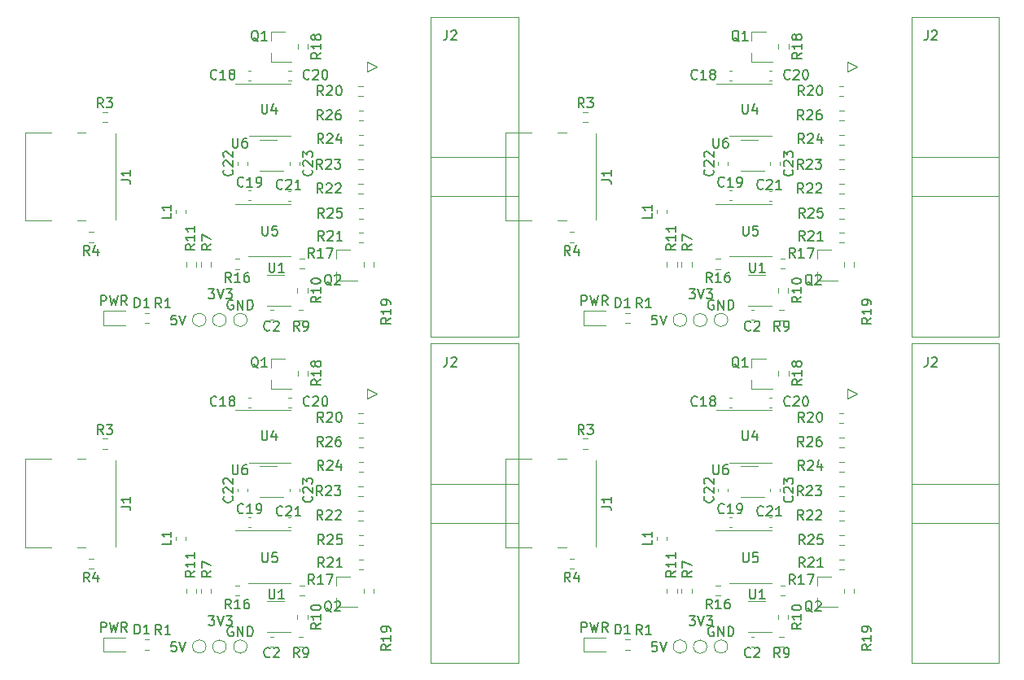
<source format=gto>
G04 #@! TF.GenerationSoftware,KiCad,Pcbnew,(5.1.10-1-10_14)*
G04 #@! TF.CreationDate,2021-09-04T17:53:57+09:00*
G04 #@! TF.ProjectId,ft2232_jtag_tap,66743232-3332-45f6-9a74-61675f746170,rev?*
G04 #@! TF.SameCoordinates,Original*
G04 #@! TF.FileFunction,Legend,Top*
G04 #@! TF.FilePolarity,Positive*
%FSLAX46Y46*%
G04 Gerber Fmt 4.6, Leading zero omitted, Abs format (unit mm)*
G04 Created by KiCad (PCBNEW (5.1.10-1-10_14)) date 2021-09-04 17:53:57*
%MOMM*%
%LPD*%
G01*
G04 APERTURE LIST*
%ADD10C,0.150000*%
%ADD11C,0.120000*%
G04 APERTURE END LIST*
D10*
X106166666Y-164382380D02*
X106166666Y-163382380D01*
X106547619Y-163382380D01*
X106642857Y-163430000D01*
X106690476Y-163477619D01*
X106738095Y-163572857D01*
X106738095Y-163715714D01*
X106690476Y-163810952D01*
X106642857Y-163858571D01*
X106547619Y-163906190D01*
X106166666Y-163906190D01*
X107071428Y-163382380D02*
X107309523Y-164382380D01*
X107500000Y-163668095D01*
X107690476Y-164382380D01*
X107928571Y-163382380D01*
X108880952Y-164382380D02*
X108547619Y-163906190D01*
X108309523Y-164382380D02*
X108309523Y-163382380D01*
X108690476Y-163382380D01*
X108785714Y-163430000D01*
X108833333Y-163477619D01*
X108880952Y-163572857D01*
X108880952Y-163715714D01*
X108833333Y-163810952D01*
X108785714Y-163858571D01*
X108690476Y-163906190D01*
X108309523Y-163906190D01*
X56166666Y-164382380D02*
X56166666Y-163382380D01*
X56547619Y-163382380D01*
X56642857Y-163430000D01*
X56690476Y-163477619D01*
X56738095Y-163572857D01*
X56738095Y-163715714D01*
X56690476Y-163810952D01*
X56642857Y-163858571D01*
X56547619Y-163906190D01*
X56166666Y-163906190D01*
X57071428Y-163382380D02*
X57309523Y-164382380D01*
X57500000Y-163668095D01*
X57690476Y-164382380D01*
X57928571Y-163382380D01*
X58880952Y-164382380D02*
X58547619Y-163906190D01*
X58309523Y-164382380D02*
X58309523Y-163382380D01*
X58690476Y-163382380D01*
X58785714Y-163430000D01*
X58833333Y-163477619D01*
X58880952Y-163572857D01*
X58880952Y-163715714D01*
X58833333Y-163810952D01*
X58785714Y-163858571D01*
X58690476Y-163906190D01*
X58309523Y-163906190D01*
X106166666Y-130382380D02*
X106166666Y-129382380D01*
X106547619Y-129382380D01*
X106642857Y-129430000D01*
X106690476Y-129477619D01*
X106738095Y-129572857D01*
X106738095Y-129715714D01*
X106690476Y-129810952D01*
X106642857Y-129858571D01*
X106547619Y-129906190D01*
X106166666Y-129906190D01*
X107071428Y-129382380D02*
X107309523Y-130382380D01*
X107500000Y-129668095D01*
X107690476Y-130382380D01*
X107928571Y-129382380D01*
X108880952Y-130382380D02*
X108547619Y-129906190D01*
X108309523Y-130382380D02*
X108309523Y-129382380D01*
X108690476Y-129382380D01*
X108785714Y-129430000D01*
X108833333Y-129477619D01*
X108880952Y-129572857D01*
X108880952Y-129715714D01*
X108833333Y-129810952D01*
X108785714Y-129858571D01*
X108690476Y-129906190D01*
X108309523Y-129906190D01*
X56166666Y-130382380D02*
X56166666Y-129382380D01*
X56547619Y-129382380D01*
X56642857Y-129430000D01*
X56690476Y-129477619D01*
X56738095Y-129572857D01*
X56738095Y-129715714D01*
X56690476Y-129810952D01*
X56642857Y-129858571D01*
X56547619Y-129906190D01*
X56166666Y-129906190D01*
X57071428Y-129382380D02*
X57309523Y-130382380D01*
X57500000Y-129668095D01*
X57690476Y-130382380D01*
X57928571Y-129382380D01*
X58880952Y-130382380D02*
X58547619Y-129906190D01*
X58309523Y-130382380D02*
X58309523Y-129382380D01*
X58690476Y-129382380D01*
X58785714Y-129430000D01*
X58833333Y-129477619D01*
X58880952Y-129572857D01*
X58880952Y-129715714D01*
X58833333Y-129810952D01*
X58785714Y-129858571D01*
X58690476Y-129906190D01*
X58309523Y-129906190D01*
D11*
X140470000Y-148960000D02*
X149590000Y-148960000D01*
X140470000Y-153060000D02*
X149590000Y-153060000D01*
X140470000Y-134370000D02*
X149590000Y-134370000D01*
X149590000Y-134370000D02*
X149590000Y-167650000D01*
X149590000Y-167650000D02*
X140470000Y-167650000D01*
X140470000Y-167650000D02*
X140470000Y-134370000D01*
X134850000Y-139580000D02*
X133850000Y-139080000D01*
X133850000Y-139080000D02*
X133850000Y-140080000D01*
X133850000Y-140080000D02*
X134850000Y-139580000D01*
X90470000Y-148960000D02*
X99590000Y-148960000D01*
X90470000Y-153060000D02*
X99590000Y-153060000D01*
X90470000Y-134370000D02*
X99590000Y-134370000D01*
X99590000Y-134370000D02*
X99590000Y-167650000D01*
X99590000Y-167650000D02*
X90470000Y-167650000D01*
X90470000Y-167650000D02*
X90470000Y-134370000D01*
X84850000Y-139580000D02*
X83850000Y-139080000D01*
X83850000Y-139080000D02*
X83850000Y-140080000D01*
X83850000Y-140080000D02*
X84850000Y-139580000D01*
X140470000Y-114960000D02*
X149590000Y-114960000D01*
X140470000Y-119060000D02*
X149590000Y-119060000D01*
X140470000Y-100370000D02*
X149590000Y-100370000D01*
X149590000Y-100370000D02*
X149590000Y-133650000D01*
X149590000Y-133650000D02*
X140470000Y-133650000D01*
X140470000Y-133650000D02*
X140470000Y-100370000D01*
X134850000Y-105580000D02*
X133850000Y-105080000D01*
X133850000Y-105080000D02*
X133850000Y-106080000D01*
X133850000Y-106080000D02*
X134850000Y-105580000D01*
X110732742Y-165197500D02*
X111207258Y-165197500D01*
X110732742Y-166242500D02*
X111207258Y-166242500D01*
X60732742Y-165197500D02*
X61207258Y-165197500D01*
X60732742Y-166242500D02*
X61207258Y-166242500D01*
X110732742Y-131197500D02*
X111207258Y-131197500D01*
X110732742Y-132242500D02*
X111207258Y-132242500D01*
X106332742Y-144267500D02*
X106807258Y-144267500D01*
X106332742Y-145312500D02*
X106807258Y-145312500D01*
X56332742Y-144267500D02*
X56807258Y-144267500D01*
X56332742Y-145312500D02*
X56807258Y-145312500D01*
X106332742Y-110267500D02*
X106807258Y-110267500D01*
X106332742Y-111312500D02*
X106807258Y-111312500D01*
X105377258Y-157822500D02*
X104902742Y-157822500D01*
X105377258Y-156777500D02*
X104902742Y-156777500D01*
X55377258Y-157822500D02*
X54902742Y-157822500D01*
X55377258Y-156777500D02*
X54902742Y-156777500D01*
X105377258Y-123822500D02*
X104902742Y-123822500D01*
X105377258Y-122777500D02*
X104902742Y-122777500D01*
X117622500Y-159872742D02*
X117622500Y-160347258D01*
X116577500Y-159872742D02*
X116577500Y-160347258D01*
X67622500Y-159872742D02*
X67622500Y-160347258D01*
X66577500Y-159872742D02*
X66577500Y-160347258D01*
X117622500Y-125872742D02*
X117622500Y-126347258D01*
X116577500Y-125872742D02*
X116577500Y-126347258D01*
X127197258Y-165932500D02*
X126722742Y-165932500D01*
X127197258Y-164887500D02*
X126722742Y-164887500D01*
X77197258Y-165932500D02*
X76722742Y-165932500D01*
X77197258Y-164887500D02*
X76722742Y-164887500D01*
X127197258Y-131932500D02*
X126722742Y-131932500D01*
X127197258Y-130887500D02*
X126722742Y-130887500D01*
X127652500Y-162602742D02*
X127652500Y-163077258D01*
X126607500Y-162602742D02*
X126607500Y-163077258D01*
X77652500Y-162602742D02*
X77652500Y-163077258D01*
X76607500Y-162602742D02*
X76607500Y-163077258D01*
X127652500Y-128602742D02*
X127652500Y-129077258D01*
X126607500Y-128602742D02*
X126607500Y-129077258D01*
X116092500Y-159872742D02*
X116092500Y-160347258D01*
X115047500Y-159872742D02*
X115047500Y-160347258D01*
X66092500Y-159872742D02*
X66092500Y-160347258D01*
X65047500Y-159872742D02*
X65047500Y-160347258D01*
X116092500Y-125872742D02*
X116092500Y-126347258D01*
X115047500Y-125872742D02*
X115047500Y-126347258D01*
X125250000Y-161200000D02*
X123450000Y-161200000D01*
X123450000Y-164420000D02*
X125900000Y-164420000D01*
X75250000Y-161200000D02*
X73450000Y-161200000D01*
X73450000Y-164420000D02*
X75900000Y-164420000D01*
X125250000Y-127200000D02*
X123450000Y-127200000D01*
X123450000Y-130420000D02*
X125900000Y-130420000D01*
X123850000Y-135920000D02*
X125310000Y-135920000D01*
X123850000Y-139080000D02*
X126010000Y-139080000D01*
X123850000Y-139080000D02*
X123850000Y-138150000D01*
X123850000Y-135920000D02*
X123850000Y-136850000D01*
X73850000Y-135920000D02*
X75310000Y-135920000D01*
X73850000Y-139080000D02*
X76010000Y-139080000D01*
X73850000Y-139080000D02*
X73850000Y-138150000D01*
X73850000Y-135920000D02*
X73850000Y-136850000D01*
X123850000Y-101920000D02*
X125310000Y-101920000D01*
X123850000Y-105080000D02*
X126010000Y-105080000D01*
X123850000Y-105080000D02*
X123850000Y-104150000D01*
X123850000Y-101920000D02*
X123850000Y-102850000D01*
X130650000Y-158630000D02*
X132110000Y-158630000D01*
X130650000Y-161790000D02*
X132810000Y-161790000D01*
X130650000Y-161790000D02*
X130650000Y-160860000D01*
X130650000Y-158630000D02*
X130650000Y-159560000D01*
X80650000Y-158630000D02*
X82110000Y-158630000D01*
X80650000Y-161790000D02*
X82810000Y-161790000D01*
X80650000Y-161790000D02*
X80650000Y-160860000D01*
X80650000Y-158630000D02*
X80650000Y-159560000D01*
X130650000Y-124630000D02*
X132110000Y-124630000D01*
X130650000Y-127790000D02*
X132810000Y-127790000D01*
X130650000Y-127790000D02*
X130650000Y-126860000D01*
X130650000Y-124630000D02*
X130650000Y-125560000D01*
X120597258Y-159567500D02*
X120122742Y-159567500D01*
X120597258Y-160612500D02*
X120122742Y-160612500D01*
X70597258Y-159567500D02*
X70122742Y-159567500D01*
X70597258Y-160612500D02*
X70122742Y-160612500D01*
X120597258Y-125567500D02*
X120122742Y-125567500D01*
X120597258Y-126612500D02*
X120122742Y-126612500D01*
X127327258Y-159547500D02*
X126852742Y-159547500D01*
X127327258Y-160592500D02*
X126852742Y-160592500D01*
X77327258Y-159547500D02*
X76852742Y-159547500D01*
X77327258Y-160592500D02*
X76852742Y-160592500D01*
X127327258Y-125547500D02*
X126852742Y-125547500D01*
X127327258Y-126592500D02*
X126852742Y-126592500D01*
X126647500Y-137222742D02*
X126647500Y-137697258D01*
X127692500Y-137222742D02*
X127692500Y-137697258D01*
X76647500Y-137222742D02*
X76647500Y-137697258D01*
X77692500Y-137222742D02*
X77692500Y-137697258D01*
X126647500Y-103222742D02*
X126647500Y-103697258D01*
X127692500Y-103222742D02*
X127692500Y-103697258D01*
X133477500Y-159902742D02*
X133477500Y-160377258D01*
X134522500Y-159902742D02*
X134522500Y-160377258D01*
X83477500Y-159902742D02*
X83477500Y-160377258D01*
X84522500Y-159902742D02*
X84522500Y-160377258D01*
X133477500Y-125902742D02*
X133477500Y-126377258D01*
X134522500Y-125902742D02*
X134522500Y-126377258D01*
X132942742Y-142642500D02*
X133417258Y-142642500D01*
X132942742Y-141597500D02*
X133417258Y-141597500D01*
X82942742Y-142642500D02*
X83417258Y-142642500D01*
X82942742Y-141597500D02*
X83417258Y-141597500D01*
X132942742Y-108642500D02*
X133417258Y-108642500D01*
X132942742Y-107597500D02*
X133417258Y-107597500D01*
X132992742Y-157882500D02*
X133467258Y-157882500D01*
X132992742Y-156837500D02*
X133467258Y-156837500D01*
X82992742Y-157882500D02*
X83467258Y-157882500D01*
X82992742Y-156837500D02*
X83467258Y-156837500D01*
X132992742Y-123882500D02*
X133467258Y-123882500D01*
X132992742Y-122837500D02*
X133467258Y-122837500D01*
X132962742Y-152802500D02*
X133437258Y-152802500D01*
X132962742Y-151757500D02*
X133437258Y-151757500D01*
X82962742Y-152802500D02*
X83437258Y-152802500D01*
X82962742Y-151757500D02*
X83437258Y-151757500D01*
X132962742Y-118802500D02*
X133437258Y-118802500D01*
X132962742Y-117757500D02*
X133437258Y-117757500D01*
X132962742Y-150262500D02*
X133437258Y-150262500D01*
X132962742Y-149217500D02*
X133437258Y-149217500D01*
X82962742Y-150262500D02*
X83437258Y-150262500D01*
X82962742Y-149217500D02*
X83437258Y-149217500D01*
X132962742Y-116262500D02*
X133437258Y-116262500D01*
X132962742Y-115217500D02*
X133437258Y-115217500D01*
X132982742Y-147712500D02*
X133457258Y-147712500D01*
X132982742Y-146667500D02*
X133457258Y-146667500D01*
X82982742Y-147712500D02*
X83457258Y-147712500D01*
X82982742Y-146667500D02*
X83457258Y-146667500D01*
X132982742Y-113712500D02*
X133457258Y-113712500D01*
X132982742Y-112667500D02*
X133457258Y-112667500D01*
X132992742Y-155352500D02*
X133467258Y-155352500D01*
X132992742Y-154307500D02*
X133467258Y-154307500D01*
X82992742Y-155352500D02*
X83467258Y-155352500D01*
X82992742Y-154307500D02*
X83467258Y-154307500D01*
X132992742Y-121352500D02*
X133467258Y-121352500D01*
X132992742Y-120307500D02*
X133467258Y-120307500D01*
X108700000Y-164985000D02*
X106415000Y-164985000D01*
X106415000Y-164985000D02*
X106415000Y-166455000D01*
X106415000Y-166455000D02*
X108700000Y-166455000D01*
X58700000Y-164985000D02*
X56415000Y-164985000D01*
X56415000Y-164985000D02*
X56415000Y-166455000D01*
X56415000Y-166455000D02*
X58700000Y-166455000D01*
X108700000Y-130985000D02*
X106415000Y-130985000D01*
X106415000Y-130985000D02*
X106415000Y-132455000D01*
X106415000Y-132455000D02*
X108700000Y-132455000D01*
X125679420Y-139990000D02*
X125960580Y-139990000D01*
X125679420Y-141010000D02*
X125960580Y-141010000D01*
X75679420Y-139990000D02*
X75960580Y-139990000D01*
X75679420Y-141010000D02*
X75960580Y-141010000D01*
X125679420Y-105990000D02*
X125960580Y-105990000D01*
X125679420Y-107010000D02*
X125960580Y-107010000D01*
X125649420Y-152490000D02*
X125930580Y-152490000D01*
X125649420Y-153510000D02*
X125930580Y-153510000D01*
X75649420Y-152490000D02*
X75930580Y-152490000D01*
X75649420Y-153510000D02*
X75930580Y-153510000D01*
X125649420Y-118490000D02*
X125930580Y-118490000D01*
X125649420Y-119510000D02*
X125930580Y-119510000D01*
X120370000Y-149780580D02*
X120370000Y-149499420D01*
X121390000Y-149780580D02*
X121390000Y-149499420D01*
X70370000Y-149780580D02*
X70370000Y-149499420D01*
X71390000Y-149780580D02*
X71390000Y-149499420D01*
X120370000Y-115780580D02*
X120370000Y-115499420D01*
X121390000Y-115780580D02*
X121390000Y-115499420D01*
X126800000Y-149489420D02*
X126800000Y-149770580D01*
X125780000Y-149489420D02*
X125780000Y-149770580D01*
X76800000Y-149489420D02*
X76800000Y-149770580D01*
X75780000Y-149489420D02*
X75780000Y-149770580D01*
X126800000Y-115489420D02*
X126800000Y-115770580D01*
X125780000Y-115489420D02*
X125780000Y-115770580D01*
X123799420Y-164910000D02*
X124080580Y-164910000D01*
X123799420Y-165930000D02*
X124080580Y-165930000D01*
X73799420Y-164910000D02*
X74080580Y-164910000D01*
X73799420Y-165930000D02*
X74080580Y-165930000D01*
X123799420Y-130910000D02*
X124080580Y-130910000D01*
X123799420Y-131930000D02*
X124080580Y-131930000D01*
X121499420Y-139990000D02*
X121780580Y-139990000D01*
X121499420Y-141010000D02*
X121780580Y-141010000D01*
X71499420Y-139990000D02*
X71780580Y-139990000D01*
X71499420Y-141010000D02*
X71780580Y-141010000D01*
X121499420Y-105990000D02*
X121780580Y-105990000D01*
X121499420Y-107010000D02*
X121780580Y-107010000D01*
X121509420Y-152450000D02*
X121790580Y-152450000D01*
X121509420Y-153470000D02*
X121790580Y-153470000D01*
X71509420Y-152450000D02*
X71790580Y-152450000D01*
X71509420Y-153470000D02*
X71790580Y-153470000D01*
X121509420Y-118450000D02*
X121790580Y-118450000D01*
X121509420Y-119470000D02*
X121790580Y-119470000D01*
X98270000Y-146405000D02*
X98270000Y-155595000D01*
X107680000Y-146525000D02*
X107680000Y-155475000D01*
X101000000Y-155595000D02*
X98270000Y-155595000D01*
X101000000Y-146405000D02*
X98270000Y-146405000D01*
X104600000Y-155595000D02*
X103700000Y-155595000D01*
X104600000Y-146405000D02*
X103700000Y-146405000D01*
X48270000Y-146405000D02*
X48270000Y-155595000D01*
X57680000Y-146525000D02*
X57680000Y-155475000D01*
X51000000Y-155595000D02*
X48270000Y-155595000D01*
X51000000Y-146405000D02*
X48270000Y-146405000D01*
X54600000Y-155595000D02*
X53700000Y-155595000D01*
X54600000Y-146405000D02*
X53700000Y-146405000D01*
X98270000Y-112405000D02*
X98270000Y-121595000D01*
X107680000Y-112525000D02*
X107680000Y-121475000D01*
X101000000Y-121595000D02*
X98270000Y-121595000D01*
X101000000Y-112405000D02*
X98270000Y-112405000D01*
X104600000Y-121595000D02*
X103700000Y-121595000D01*
X104600000Y-112405000D02*
X103700000Y-112405000D01*
X123740000Y-141315000D02*
X120140000Y-141315000D01*
X123740000Y-141315000D02*
X125940000Y-141315000D01*
X123740000Y-146785000D02*
X121540000Y-146785000D01*
X123740000Y-146785000D02*
X125940000Y-146785000D01*
X73740000Y-141315000D02*
X70140000Y-141315000D01*
X73740000Y-141315000D02*
X75940000Y-141315000D01*
X73740000Y-146785000D02*
X71540000Y-146785000D01*
X73740000Y-146785000D02*
X75940000Y-146785000D01*
X123740000Y-107315000D02*
X120140000Y-107315000D01*
X123740000Y-107315000D02*
X125940000Y-107315000D01*
X123740000Y-112785000D02*
X121540000Y-112785000D01*
X123740000Y-112785000D02*
X125940000Y-112785000D01*
X113960000Y-154802779D02*
X113960000Y-154477221D01*
X114980000Y-154802779D02*
X114980000Y-154477221D01*
X63960000Y-154802779D02*
X63960000Y-154477221D01*
X64980000Y-154802779D02*
X64980000Y-154477221D01*
X113960000Y-120802779D02*
X113960000Y-120477221D01*
X114980000Y-120802779D02*
X114980000Y-120477221D01*
X122684000Y-150362000D02*
X125134000Y-150362000D01*
X124484000Y-147142000D02*
X122684000Y-147142000D01*
X72684000Y-150362000D02*
X75134000Y-150362000D01*
X74484000Y-147142000D02*
X72684000Y-147142000D01*
X122684000Y-116362000D02*
X125134000Y-116362000D01*
X124484000Y-113142000D02*
X122684000Y-113142000D01*
X123720000Y-153825000D02*
X120120000Y-153825000D01*
X123720000Y-153825000D02*
X125920000Y-153825000D01*
X123720000Y-159295000D02*
X121520000Y-159295000D01*
X123720000Y-159295000D02*
X125920000Y-159295000D01*
X73720000Y-153825000D02*
X70120000Y-153825000D01*
X73720000Y-153825000D02*
X75920000Y-153825000D01*
X73720000Y-159295000D02*
X71520000Y-159295000D01*
X73720000Y-159295000D02*
X75920000Y-159295000D01*
X123720000Y-119825000D02*
X120120000Y-119825000D01*
X123720000Y-119825000D02*
X125920000Y-119825000D01*
X123720000Y-125295000D02*
X121520000Y-125295000D01*
X123720000Y-125295000D02*
X125920000Y-125295000D01*
X121370000Y-165910000D02*
G75*
G03*
X121370000Y-165910000I-700000J0D01*
G01*
X71370000Y-165910000D02*
G75*
G03*
X71370000Y-165910000I-700000J0D01*
G01*
X121370000Y-131910000D02*
G75*
G03*
X121370000Y-131910000I-700000J0D01*
G01*
X117100000Y-165910000D02*
G75*
G03*
X117100000Y-165910000I-700000J0D01*
G01*
X67100000Y-165910000D02*
G75*
G03*
X67100000Y-165910000I-700000J0D01*
G01*
X117100000Y-131910000D02*
G75*
G03*
X117100000Y-131910000I-700000J0D01*
G01*
X119200000Y-165930000D02*
G75*
G03*
X119200000Y-165930000I-700000J0D01*
G01*
X69200000Y-165930000D02*
G75*
G03*
X69200000Y-165930000I-700000J0D01*
G01*
X119200000Y-131930000D02*
G75*
G03*
X119200000Y-131930000I-700000J0D01*
G01*
X132972742Y-145182500D02*
X133447258Y-145182500D01*
X132972742Y-144137500D02*
X133447258Y-144137500D01*
X82972742Y-145182500D02*
X83447258Y-145182500D01*
X82972742Y-144137500D02*
X83447258Y-144137500D01*
X132972742Y-111182500D02*
X133447258Y-111182500D01*
X132972742Y-110137500D02*
X133447258Y-110137500D01*
X64980000Y-120802779D02*
X64980000Y-120477221D01*
X63960000Y-120802779D02*
X63960000Y-120477221D01*
X54600000Y-112405000D02*
X53700000Y-112405000D01*
X54600000Y-121595000D02*
X53700000Y-121595000D01*
X51000000Y-112405000D02*
X48270000Y-112405000D01*
X51000000Y-121595000D02*
X48270000Y-121595000D01*
X57680000Y-112525000D02*
X57680000Y-121475000D01*
X48270000Y-112405000D02*
X48270000Y-121595000D01*
X74484000Y-113142000D02*
X72684000Y-113142000D01*
X72684000Y-116362000D02*
X75134000Y-116362000D01*
X73720000Y-125295000D02*
X75920000Y-125295000D01*
X73720000Y-125295000D02*
X71520000Y-125295000D01*
X73720000Y-119825000D02*
X75920000Y-119825000D01*
X73720000Y-119825000D02*
X70120000Y-119825000D01*
X73740000Y-112785000D02*
X75940000Y-112785000D01*
X73740000Y-112785000D02*
X71540000Y-112785000D01*
X73740000Y-107315000D02*
X75940000Y-107315000D01*
X73740000Y-107315000D02*
X70140000Y-107315000D01*
X69200000Y-131930000D02*
G75*
G03*
X69200000Y-131930000I-700000J0D01*
G01*
X67100000Y-131910000D02*
G75*
G03*
X67100000Y-131910000I-700000J0D01*
G01*
X71370000Y-131910000D02*
G75*
G03*
X71370000Y-131910000I-700000J0D01*
G01*
X82972742Y-110137500D02*
X83447258Y-110137500D01*
X82972742Y-111182500D02*
X83447258Y-111182500D01*
X82992742Y-120307500D02*
X83467258Y-120307500D01*
X82992742Y-121352500D02*
X83467258Y-121352500D01*
X82982742Y-112667500D02*
X83457258Y-112667500D01*
X82982742Y-113712500D02*
X83457258Y-113712500D01*
X82962742Y-115217500D02*
X83437258Y-115217500D01*
X82962742Y-116262500D02*
X83437258Y-116262500D01*
X82962742Y-117757500D02*
X83437258Y-117757500D01*
X82962742Y-118802500D02*
X83437258Y-118802500D01*
X82992742Y-122837500D02*
X83467258Y-122837500D01*
X82992742Y-123882500D02*
X83467258Y-123882500D01*
X82942742Y-107597500D02*
X83417258Y-107597500D01*
X82942742Y-108642500D02*
X83417258Y-108642500D01*
X84522500Y-125902742D02*
X84522500Y-126377258D01*
X83477500Y-125902742D02*
X83477500Y-126377258D01*
X77692500Y-103222742D02*
X77692500Y-103697258D01*
X76647500Y-103222742D02*
X76647500Y-103697258D01*
X77327258Y-126592500D02*
X76852742Y-126592500D01*
X77327258Y-125547500D02*
X76852742Y-125547500D01*
X70597258Y-126612500D02*
X70122742Y-126612500D01*
X70597258Y-125567500D02*
X70122742Y-125567500D01*
X80650000Y-124630000D02*
X80650000Y-125560000D01*
X80650000Y-127790000D02*
X80650000Y-126860000D01*
X80650000Y-127790000D02*
X82810000Y-127790000D01*
X80650000Y-124630000D02*
X82110000Y-124630000D01*
X73850000Y-101920000D02*
X73850000Y-102850000D01*
X73850000Y-105080000D02*
X73850000Y-104150000D01*
X73850000Y-105080000D02*
X76010000Y-105080000D01*
X73850000Y-101920000D02*
X75310000Y-101920000D01*
X73450000Y-130420000D02*
X75900000Y-130420000D01*
X75250000Y-127200000D02*
X73450000Y-127200000D01*
X65047500Y-125872742D02*
X65047500Y-126347258D01*
X66092500Y-125872742D02*
X66092500Y-126347258D01*
X76607500Y-128602742D02*
X76607500Y-129077258D01*
X77652500Y-128602742D02*
X77652500Y-129077258D01*
X77197258Y-130887500D02*
X76722742Y-130887500D01*
X77197258Y-131932500D02*
X76722742Y-131932500D01*
X66577500Y-125872742D02*
X66577500Y-126347258D01*
X67622500Y-125872742D02*
X67622500Y-126347258D01*
X55377258Y-122777500D02*
X54902742Y-122777500D01*
X55377258Y-123822500D02*
X54902742Y-123822500D01*
X56332742Y-111312500D02*
X56807258Y-111312500D01*
X56332742Y-110267500D02*
X56807258Y-110267500D01*
X60732742Y-132242500D02*
X61207258Y-132242500D01*
X60732742Y-131197500D02*
X61207258Y-131197500D01*
X83850000Y-106080000D02*
X84850000Y-105580000D01*
X83850000Y-105080000D02*
X83850000Y-106080000D01*
X84850000Y-105580000D02*
X83850000Y-105080000D01*
X90470000Y-133650000D02*
X90470000Y-100370000D01*
X99590000Y-133650000D02*
X90470000Y-133650000D01*
X99590000Y-100370000D02*
X99590000Y-133650000D01*
X90470000Y-100370000D02*
X99590000Y-100370000D01*
X90470000Y-119060000D02*
X99590000Y-119060000D01*
X90470000Y-114960000D02*
X99590000Y-114960000D01*
X56415000Y-132455000D02*
X58700000Y-132455000D01*
X56415000Y-130985000D02*
X56415000Y-132455000D01*
X58700000Y-130985000D02*
X56415000Y-130985000D01*
X75780000Y-115489420D02*
X75780000Y-115770580D01*
X76800000Y-115489420D02*
X76800000Y-115770580D01*
X71390000Y-115780580D02*
X71390000Y-115499420D01*
X70370000Y-115780580D02*
X70370000Y-115499420D01*
X75649420Y-119510000D02*
X75930580Y-119510000D01*
X75649420Y-118490000D02*
X75930580Y-118490000D01*
X75679420Y-107010000D02*
X75960580Y-107010000D01*
X75679420Y-105990000D02*
X75960580Y-105990000D01*
X71509420Y-119470000D02*
X71790580Y-119470000D01*
X71509420Y-118450000D02*
X71790580Y-118450000D01*
X71499420Y-107010000D02*
X71780580Y-107010000D01*
X71499420Y-105990000D02*
X71780580Y-105990000D01*
X73799420Y-131930000D02*
X74080580Y-131930000D01*
X73799420Y-130910000D02*
X74080580Y-130910000D01*
D10*
X142156666Y-135782380D02*
X142156666Y-136496666D01*
X142109047Y-136639523D01*
X142013809Y-136734761D01*
X141870952Y-136782380D01*
X141775714Y-136782380D01*
X142585238Y-135877619D02*
X142632857Y-135830000D01*
X142728095Y-135782380D01*
X142966190Y-135782380D01*
X143061428Y-135830000D01*
X143109047Y-135877619D01*
X143156666Y-135972857D01*
X143156666Y-136068095D01*
X143109047Y-136210952D01*
X142537619Y-136782380D01*
X143156666Y-136782380D01*
X92156666Y-135782380D02*
X92156666Y-136496666D01*
X92109047Y-136639523D01*
X92013809Y-136734761D01*
X91870952Y-136782380D01*
X91775714Y-136782380D01*
X92585238Y-135877619D02*
X92632857Y-135830000D01*
X92728095Y-135782380D01*
X92966190Y-135782380D01*
X93061428Y-135830000D01*
X93109047Y-135877619D01*
X93156666Y-135972857D01*
X93156666Y-136068095D01*
X93109047Y-136210952D01*
X92537619Y-136782380D01*
X93156666Y-136782380D01*
X142156666Y-101782380D02*
X142156666Y-102496666D01*
X142109047Y-102639523D01*
X142013809Y-102734761D01*
X141870952Y-102782380D01*
X141775714Y-102782380D01*
X142585238Y-101877619D02*
X142632857Y-101830000D01*
X142728095Y-101782380D01*
X142966190Y-101782380D01*
X143061428Y-101830000D01*
X143109047Y-101877619D01*
X143156666Y-101972857D01*
X143156666Y-102068095D01*
X143109047Y-102210952D01*
X142537619Y-102782380D01*
X143156666Y-102782380D01*
X112453333Y-164642380D02*
X112120000Y-164166190D01*
X111881904Y-164642380D02*
X111881904Y-163642380D01*
X112262857Y-163642380D01*
X112358095Y-163690000D01*
X112405714Y-163737619D01*
X112453333Y-163832857D01*
X112453333Y-163975714D01*
X112405714Y-164070952D01*
X112358095Y-164118571D01*
X112262857Y-164166190D01*
X111881904Y-164166190D01*
X113405714Y-164642380D02*
X112834285Y-164642380D01*
X113120000Y-164642380D02*
X113120000Y-163642380D01*
X113024761Y-163785238D01*
X112929523Y-163880476D01*
X112834285Y-163928095D01*
X62453333Y-164642380D02*
X62120000Y-164166190D01*
X61881904Y-164642380D02*
X61881904Y-163642380D01*
X62262857Y-163642380D01*
X62358095Y-163690000D01*
X62405714Y-163737619D01*
X62453333Y-163832857D01*
X62453333Y-163975714D01*
X62405714Y-164070952D01*
X62358095Y-164118571D01*
X62262857Y-164166190D01*
X61881904Y-164166190D01*
X63405714Y-164642380D02*
X62834285Y-164642380D01*
X63120000Y-164642380D02*
X63120000Y-163642380D01*
X63024761Y-163785238D01*
X62929523Y-163880476D01*
X62834285Y-163928095D01*
X112453333Y-130642380D02*
X112120000Y-130166190D01*
X111881904Y-130642380D02*
X111881904Y-129642380D01*
X112262857Y-129642380D01*
X112358095Y-129690000D01*
X112405714Y-129737619D01*
X112453333Y-129832857D01*
X112453333Y-129975714D01*
X112405714Y-130070952D01*
X112358095Y-130118571D01*
X112262857Y-130166190D01*
X111881904Y-130166190D01*
X113405714Y-130642380D02*
X112834285Y-130642380D01*
X113120000Y-130642380D02*
X113120000Y-129642380D01*
X113024761Y-129785238D01*
X112929523Y-129880476D01*
X112834285Y-129928095D01*
X106403333Y-143812380D02*
X106070000Y-143336190D01*
X105831904Y-143812380D02*
X105831904Y-142812380D01*
X106212857Y-142812380D01*
X106308095Y-142860000D01*
X106355714Y-142907619D01*
X106403333Y-143002857D01*
X106403333Y-143145714D01*
X106355714Y-143240952D01*
X106308095Y-143288571D01*
X106212857Y-143336190D01*
X105831904Y-143336190D01*
X106736666Y-142812380D02*
X107355714Y-142812380D01*
X107022380Y-143193333D01*
X107165238Y-143193333D01*
X107260476Y-143240952D01*
X107308095Y-143288571D01*
X107355714Y-143383809D01*
X107355714Y-143621904D01*
X107308095Y-143717142D01*
X107260476Y-143764761D01*
X107165238Y-143812380D01*
X106879523Y-143812380D01*
X106784285Y-143764761D01*
X106736666Y-143717142D01*
X56403333Y-143812380D02*
X56070000Y-143336190D01*
X55831904Y-143812380D02*
X55831904Y-142812380D01*
X56212857Y-142812380D01*
X56308095Y-142860000D01*
X56355714Y-142907619D01*
X56403333Y-143002857D01*
X56403333Y-143145714D01*
X56355714Y-143240952D01*
X56308095Y-143288571D01*
X56212857Y-143336190D01*
X55831904Y-143336190D01*
X56736666Y-142812380D02*
X57355714Y-142812380D01*
X57022380Y-143193333D01*
X57165238Y-143193333D01*
X57260476Y-143240952D01*
X57308095Y-143288571D01*
X57355714Y-143383809D01*
X57355714Y-143621904D01*
X57308095Y-143717142D01*
X57260476Y-143764761D01*
X57165238Y-143812380D01*
X56879523Y-143812380D01*
X56784285Y-143764761D01*
X56736666Y-143717142D01*
X106403333Y-109812380D02*
X106070000Y-109336190D01*
X105831904Y-109812380D02*
X105831904Y-108812380D01*
X106212857Y-108812380D01*
X106308095Y-108860000D01*
X106355714Y-108907619D01*
X106403333Y-109002857D01*
X106403333Y-109145714D01*
X106355714Y-109240952D01*
X106308095Y-109288571D01*
X106212857Y-109336190D01*
X105831904Y-109336190D01*
X106736666Y-108812380D02*
X107355714Y-108812380D01*
X107022380Y-109193333D01*
X107165238Y-109193333D01*
X107260476Y-109240952D01*
X107308095Y-109288571D01*
X107355714Y-109383809D01*
X107355714Y-109621904D01*
X107308095Y-109717142D01*
X107260476Y-109764761D01*
X107165238Y-109812380D01*
X106879523Y-109812380D01*
X106784285Y-109764761D01*
X106736666Y-109717142D01*
X104973333Y-159182380D02*
X104640000Y-158706190D01*
X104401904Y-159182380D02*
X104401904Y-158182380D01*
X104782857Y-158182380D01*
X104878095Y-158230000D01*
X104925714Y-158277619D01*
X104973333Y-158372857D01*
X104973333Y-158515714D01*
X104925714Y-158610952D01*
X104878095Y-158658571D01*
X104782857Y-158706190D01*
X104401904Y-158706190D01*
X105830476Y-158515714D02*
X105830476Y-159182380D01*
X105592380Y-158134761D02*
X105354285Y-158849047D01*
X105973333Y-158849047D01*
X54973333Y-159182380D02*
X54640000Y-158706190D01*
X54401904Y-159182380D02*
X54401904Y-158182380D01*
X54782857Y-158182380D01*
X54878095Y-158230000D01*
X54925714Y-158277619D01*
X54973333Y-158372857D01*
X54973333Y-158515714D01*
X54925714Y-158610952D01*
X54878095Y-158658571D01*
X54782857Y-158706190D01*
X54401904Y-158706190D01*
X55830476Y-158515714D02*
X55830476Y-159182380D01*
X55592380Y-158134761D02*
X55354285Y-158849047D01*
X55973333Y-158849047D01*
X104973333Y-125182380D02*
X104640000Y-124706190D01*
X104401904Y-125182380D02*
X104401904Y-124182380D01*
X104782857Y-124182380D01*
X104878095Y-124230000D01*
X104925714Y-124277619D01*
X104973333Y-124372857D01*
X104973333Y-124515714D01*
X104925714Y-124610952D01*
X104878095Y-124658571D01*
X104782857Y-124706190D01*
X104401904Y-124706190D01*
X105830476Y-124515714D02*
X105830476Y-125182380D01*
X105592380Y-124134761D02*
X105354285Y-124849047D01*
X105973333Y-124849047D01*
X117642380Y-158036666D02*
X117166190Y-158370000D01*
X117642380Y-158608095D02*
X116642380Y-158608095D01*
X116642380Y-158227142D01*
X116690000Y-158131904D01*
X116737619Y-158084285D01*
X116832857Y-158036666D01*
X116975714Y-158036666D01*
X117070952Y-158084285D01*
X117118571Y-158131904D01*
X117166190Y-158227142D01*
X117166190Y-158608095D01*
X116642380Y-157703333D02*
X116642380Y-157036666D01*
X117642380Y-157465238D01*
X67642380Y-158036666D02*
X67166190Y-158370000D01*
X67642380Y-158608095D02*
X66642380Y-158608095D01*
X66642380Y-158227142D01*
X66690000Y-158131904D01*
X66737619Y-158084285D01*
X66832857Y-158036666D01*
X66975714Y-158036666D01*
X67070952Y-158084285D01*
X67118571Y-158131904D01*
X67166190Y-158227142D01*
X67166190Y-158608095D01*
X66642380Y-157703333D02*
X66642380Y-157036666D01*
X67642380Y-157465238D01*
X117642380Y-124036666D02*
X117166190Y-124370000D01*
X117642380Y-124608095D02*
X116642380Y-124608095D01*
X116642380Y-124227142D01*
X116690000Y-124131904D01*
X116737619Y-124084285D01*
X116832857Y-124036666D01*
X116975714Y-124036666D01*
X117070952Y-124084285D01*
X117118571Y-124131904D01*
X117166190Y-124227142D01*
X117166190Y-124608095D01*
X116642380Y-123703333D02*
X116642380Y-123036666D01*
X117642380Y-123465238D01*
X126795333Y-167040380D02*
X126462000Y-166564190D01*
X126223904Y-167040380D02*
X126223904Y-166040380D01*
X126604857Y-166040380D01*
X126700095Y-166088000D01*
X126747714Y-166135619D01*
X126795333Y-166230857D01*
X126795333Y-166373714D01*
X126747714Y-166468952D01*
X126700095Y-166516571D01*
X126604857Y-166564190D01*
X126223904Y-166564190D01*
X127271523Y-167040380D02*
X127462000Y-167040380D01*
X127557238Y-166992761D01*
X127604857Y-166945142D01*
X127700095Y-166802285D01*
X127747714Y-166611809D01*
X127747714Y-166230857D01*
X127700095Y-166135619D01*
X127652476Y-166088000D01*
X127557238Y-166040380D01*
X127366761Y-166040380D01*
X127271523Y-166088000D01*
X127223904Y-166135619D01*
X127176285Y-166230857D01*
X127176285Y-166468952D01*
X127223904Y-166564190D01*
X127271523Y-166611809D01*
X127366761Y-166659428D01*
X127557238Y-166659428D01*
X127652476Y-166611809D01*
X127700095Y-166564190D01*
X127747714Y-166468952D01*
X76795333Y-167040380D02*
X76462000Y-166564190D01*
X76223904Y-167040380D02*
X76223904Y-166040380D01*
X76604857Y-166040380D01*
X76700095Y-166088000D01*
X76747714Y-166135619D01*
X76795333Y-166230857D01*
X76795333Y-166373714D01*
X76747714Y-166468952D01*
X76700095Y-166516571D01*
X76604857Y-166564190D01*
X76223904Y-166564190D01*
X77271523Y-167040380D02*
X77462000Y-167040380D01*
X77557238Y-166992761D01*
X77604857Y-166945142D01*
X77700095Y-166802285D01*
X77747714Y-166611809D01*
X77747714Y-166230857D01*
X77700095Y-166135619D01*
X77652476Y-166088000D01*
X77557238Y-166040380D01*
X77366761Y-166040380D01*
X77271523Y-166088000D01*
X77223904Y-166135619D01*
X77176285Y-166230857D01*
X77176285Y-166468952D01*
X77223904Y-166564190D01*
X77271523Y-166611809D01*
X77366761Y-166659428D01*
X77557238Y-166659428D01*
X77652476Y-166611809D01*
X77700095Y-166564190D01*
X77747714Y-166468952D01*
X126795333Y-133040380D02*
X126462000Y-132564190D01*
X126223904Y-133040380D02*
X126223904Y-132040380D01*
X126604857Y-132040380D01*
X126700095Y-132088000D01*
X126747714Y-132135619D01*
X126795333Y-132230857D01*
X126795333Y-132373714D01*
X126747714Y-132468952D01*
X126700095Y-132516571D01*
X126604857Y-132564190D01*
X126223904Y-132564190D01*
X127271523Y-133040380D02*
X127462000Y-133040380D01*
X127557238Y-132992761D01*
X127604857Y-132945142D01*
X127700095Y-132802285D01*
X127747714Y-132611809D01*
X127747714Y-132230857D01*
X127700095Y-132135619D01*
X127652476Y-132088000D01*
X127557238Y-132040380D01*
X127366761Y-132040380D01*
X127271523Y-132088000D01*
X127223904Y-132135619D01*
X127176285Y-132230857D01*
X127176285Y-132468952D01*
X127223904Y-132564190D01*
X127271523Y-132611809D01*
X127366761Y-132659428D01*
X127557238Y-132659428D01*
X127652476Y-132611809D01*
X127700095Y-132564190D01*
X127747714Y-132468952D01*
X129012380Y-163482857D02*
X128536190Y-163816190D01*
X129012380Y-164054285D02*
X128012380Y-164054285D01*
X128012380Y-163673333D01*
X128060000Y-163578095D01*
X128107619Y-163530476D01*
X128202857Y-163482857D01*
X128345714Y-163482857D01*
X128440952Y-163530476D01*
X128488571Y-163578095D01*
X128536190Y-163673333D01*
X128536190Y-164054285D01*
X129012380Y-162530476D02*
X129012380Y-163101904D01*
X129012380Y-162816190D02*
X128012380Y-162816190D01*
X128155238Y-162911428D01*
X128250476Y-163006666D01*
X128298095Y-163101904D01*
X128012380Y-161911428D02*
X128012380Y-161816190D01*
X128060000Y-161720952D01*
X128107619Y-161673333D01*
X128202857Y-161625714D01*
X128393333Y-161578095D01*
X128631428Y-161578095D01*
X128821904Y-161625714D01*
X128917142Y-161673333D01*
X128964761Y-161720952D01*
X129012380Y-161816190D01*
X129012380Y-161911428D01*
X128964761Y-162006666D01*
X128917142Y-162054285D01*
X128821904Y-162101904D01*
X128631428Y-162149523D01*
X128393333Y-162149523D01*
X128202857Y-162101904D01*
X128107619Y-162054285D01*
X128060000Y-162006666D01*
X128012380Y-161911428D01*
X79012380Y-163482857D02*
X78536190Y-163816190D01*
X79012380Y-164054285D02*
X78012380Y-164054285D01*
X78012380Y-163673333D01*
X78060000Y-163578095D01*
X78107619Y-163530476D01*
X78202857Y-163482857D01*
X78345714Y-163482857D01*
X78440952Y-163530476D01*
X78488571Y-163578095D01*
X78536190Y-163673333D01*
X78536190Y-164054285D01*
X79012380Y-162530476D02*
X79012380Y-163101904D01*
X79012380Y-162816190D02*
X78012380Y-162816190D01*
X78155238Y-162911428D01*
X78250476Y-163006666D01*
X78298095Y-163101904D01*
X78012380Y-161911428D02*
X78012380Y-161816190D01*
X78060000Y-161720952D01*
X78107619Y-161673333D01*
X78202857Y-161625714D01*
X78393333Y-161578095D01*
X78631428Y-161578095D01*
X78821904Y-161625714D01*
X78917142Y-161673333D01*
X78964761Y-161720952D01*
X79012380Y-161816190D01*
X79012380Y-161911428D01*
X78964761Y-162006666D01*
X78917142Y-162054285D01*
X78821904Y-162101904D01*
X78631428Y-162149523D01*
X78393333Y-162149523D01*
X78202857Y-162101904D01*
X78107619Y-162054285D01*
X78060000Y-162006666D01*
X78012380Y-161911428D01*
X129012380Y-129482857D02*
X128536190Y-129816190D01*
X129012380Y-130054285D02*
X128012380Y-130054285D01*
X128012380Y-129673333D01*
X128060000Y-129578095D01*
X128107619Y-129530476D01*
X128202857Y-129482857D01*
X128345714Y-129482857D01*
X128440952Y-129530476D01*
X128488571Y-129578095D01*
X128536190Y-129673333D01*
X128536190Y-130054285D01*
X129012380Y-128530476D02*
X129012380Y-129101904D01*
X129012380Y-128816190D02*
X128012380Y-128816190D01*
X128155238Y-128911428D01*
X128250476Y-129006666D01*
X128298095Y-129101904D01*
X128012380Y-127911428D02*
X128012380Y-127816190D01*
X128060000Y-127720952D01*
X128107619Y-127673333D01*
X128202857Y-127625714D01*
X128393333Y-127578095D01*
X128631428Y-127578095D01*
X128821904Y-127625714D01*
X128917142Y-127673333D01*
X128964761Y-127720952D01*
X129012380Y-127816190D01*
X129012380Y-127911428D01*
X128964761Y-128006666D01*
X128917142Y-128054285D01*
X128821904Y-128101904D01*
X128631428Y-128149523D01*
X128393333Y-128149523D01*
X128202857Y-128101904D01*
X128107619Y-128054285D01*
X128060000Y-128006666D01*
X128012380Y-127911428D01*
X115942380Y-158042857D02*
X115466190Y-158376190D01*
X115942380Y-158614285D02*
X114942380Y-158614285D01*
X114942380Y-158233333D01*
X114990000Y-158138095D01*
X115037619Y-158090476D01*
X115132857Y-158042857D01*
X115275714Y-158042857D01*
X115370952Y-158090476D01*
X115418571Y-158138095D01*
X115466190Y-158233333D01*
X115466190Y-158614285D01*
X115942380Y-157090476D02*
X115942380Y-157661904D01*
X115942380Y-157376190D02*
X114942380Y-157376190D01*
X115085238Y-157471428D01*
X115180476Y-157566666D01*
X115228095Y-157661904D01*
X115942380Y-156138095D02*
X115942380Y-156709523D01*
X115942380Y-156423809D02*
X114942380Y-156423809D01*
X115085238Y-156519047D01*
X115180476Y-156614285D01*
X115228095Y-156709523D01*
X65942380Y-158042857D02*
X65466190Y-158376190D01*
X65942380Y-158614285D02*
X64942380Y-158614285D01*
X64942380Y-158233333D01*
X64990000Y-158138095D01*
X65037619Y-158090476D01*
X65132857Y-158042857D01*
X65275714Y-158042857D01*
X65370952Y-158090476D01*
X65418571Y-158138095D01*
X65466190Y-158233333D01*
X65466190Y-158614285D01*
X65942380Y-157090476D02*
X65942380Y-157661904D01*
X65942380Y-157376190D02*
X64942380Y-157376190D01*
X65085238Y-157471428D01*
X65180476Y-157566666D01*
X65228095Y-157661904D01*
X65942380Y-156138095D02*
X65942380Y-156709523D01*
X65942380Y-156423809D02*
X64942380Y-156423809D01*
X65085238Y-156519047D01*
X65180476Y-156614285D01*
X65228095Y-156709523D01*
X115942380Y-124042857D02*
X115466190Y-124376190D01*
X115942380Y-124614285D02*
X114942380Y-124614285D01*
X114942380Y-124233333D01*
X114990000Y-124138095D01*
X115037619Y-124090476D01*
X115132857Y-124042857D01*
X115275714Y-124042857D01*
X115370952Y-124090476D01*
X115418571Y-124138095D01*
X115466190Y-124233333D01*
X115466190Y-124614285D01*
X115942380Y-123090476D02*
X115942380Y-123661904D01*
X115942380Y-123376190D02*
X114942380Y-123376190D01*
X115085238Y-123471428D01*
X115180476Y-123566666D01*
X115228095Y-123661904D01*
X115942380Y-122138095D02*
X115942380Y-122709523D01*
X115942380Y-122423809D02*
X114942380Y-122423809D01*
X115085238Y-122519047D01*
X115180476Y-122614285D01*
X115228095Y-122709523D01*
X123660095Y-159944380D02*
X123660095Y-160753904D01*
X123707714Y-160849142D01*
X123755333Y-160896761D01*
X123850571Y-160944380D01*
X124041047Y-160944380D01*
X124136285Y-160896761D01*
X124183904Y-160849142D01*
X124231523Y-160753904D01*
X124231523Y-159944380D01*
X125231523Y-160944380D02*
X124660095Y-160944380D01*
X124945809Y-160944380D02*
X124945809Y-159944380D01*
X124850571Y-160087238D01*
X124755333Y-160182476D01*
X124660095Y-160230095D01*
X73660095Y-159944380D02*
X73660095Y-160753904D01*
X73707714Y-160849142D01*
X73755333Y-160896761D01*
X73850571Y-160944380D01*
X74041047Y-160944380D01*
X74136285Y-160896761D01*
X74183904Y-160849142D01*
X74231523Y-160753904D01*
X74231523Y-159944380D01*
X75231523Y-160944380D02*
X74660095Y-160944380D01*
X74945809Y-160944380D02*
X74945809Y-159944380D01*
X74850571Y-160087238D01*
X74755333Y-160182476D01*
X74660095Y-160230095D01*
X123660095Y-125944380D02*
X123660095Y-126753904D01*
X123707714Y-126849142D01*
X123755333Y-126896761D01*
X123850571Y-126944380D01*
X124041047Y-126944380D01*
X124136285Y-126896761D01*
X124183904Y-126849142D01*
X124231523Y-126753904D01*
X124231523Y-125944380D01*
X125231523Y-126944380D02*
X124660095Y-126944380D01*
X124945809Y-126944380D02*
X124945809Y-125944380D01*
X124850571Y-126087238D01*
X124755333Y-126182476D01*
X124660095Y-126230095D01*
X122548761Y-136909619D02*
X122453523Y-136862000D01*
X122358285Y-136766761D01*
X122215428Y-136623904D01*
X122120190Y-136576285D01*
X122024952Y-136576285D01*
X122072571Y-136814380D02*
X121977333Y-136766761D01*
X121882095Y-136671523D01*
X121834476Y-136481047D01*
X121834476Y-136147714D01*
X121882095Y-135957238D01*
X121977333Y-135862000D01*
X122072571Y-135814380D01*
X122263047Y-135814380D01*
X122358285Y-135862000D01*
X122453523Y-135957238D01*
X122501142Y-136147714D01*
X122501142Y-136481047D01*
X122453523Y-136671523D01*
X122358285Y-136766761D01*
X122263047Y-136814380D01*
X122072571Y-136814380D01*
X123453523Y-136814380D02*
X122882095Y-136814380D01*
X123167809Y-136814380D02*
X123167809Y-135814380D01*
X123072571Y-135957238D01*
X122977333Y-136052476D01*
X122882095Y-136100095D01*
X72548761Y-136909619D02*
X72453523Y-136862000D01*
X72358285Y-136766761D01*
X72215428Y-136623904D01*
X72120190Y-136576285D01*
X72024952Y-136576285D01*
X72072571Y-136814380D02*
X71977333Y-136766761D01*
X71882095Y-136671523D01*
X71834476Y-136481047D01*
X71834476Y-136147714D01*
X71882095Y-135957238D01*
X71977333Y-135862000D01*
X72072571Y-135814380D01*
X72263047Y-135814380D01*
X72358285Y-135862000D01*
X72453523Y-135957238D01*
X72501142Y-136147714D01*
X72501142Y-136481047D01*
X72453523Y-136671523D01*
X72358285Y-136766761D01*
X72263047Y-136814380D01*
X72072571Y-136814380D01*
X73453523Y-136814380D02*
X72882095Y-136814380D01*
X73167809Y-136814380D02*
X73167809Y-135814380D01*
X73072571Y-135957238D01*
X72977333Y-136052476D01*
X72882095Y-136100095D01*
X122548761Y-102909619D02*
X122453523Y-102862000D01*
X122358285Y-102766761D01*
X122215428Y-102623904D01*
X122120190Y-102576285D01*
X122024952Y-102576285D01*
X122072571Y-102814380D02*
X121977333Y-102766761D01*
X121882095Y-102671523D01*
X121834476Y-102481047D01*
X121834476Y-102147714D01*
X121882095Y-101957238D01*
X121977333Y-101862000D01*
X122072571Y-101814380D01*
X122263047Y-101814380D01*
X122358285Y-101862000D01*
X122453523Y-101957238D01*
X122501142Y-102147714D01*
X122501142Y-102481047D01*
X122453523Y-102671523D01*
X122358285Y-102766761D01*
X122263047Y-102814380D01*
X122072571Y-102814380D01*
X123453523Y-102814380D02*
X122882095Y-102814380D01*
X123167809Y-102814380D02*
X123167809Y-101814380D01*
X123072571Y-101957238D01*
X122977333Y-102052476D01*
X122882095Y-102100095D01*
X130168761Y-162309619D02*
X130073523Y-162262000D01*
X129978285Y-162166761D01*
X129835428Y-162023904D01*
X129740190Y-161976285D01*
X129644952Y-161976285D01*
X129692571Y-162214380D02*
X129597333Y-162166761D01*
X129502095Y-162071523D01*
X129454476Y-161881047D01*
X129454476Y-161547714D01*
X129502095Y-161357238D01*
X129597333Y-161262000D01*
X129692571Y-161214380D01*
X129883047Y-161214380D01*
X129978285Y-161262000D01*
X130073523Y-161357238D01*
X130121142Y-161547714D01*
X130121142Y-161881047D01*
X130073523Y-162071523D01*
X129978285Y-162166761D01*
X129883047Y-162214380D01*
X129692571Y-162214380D01*
X130502095Y-161309619D02*
X130549714Y-161262000D01*
X130644952Y-161214380D01*
X130883047Y-161214380D01*
X130978285Y-161262000D01*
X131025904Y-161309619D01*
X131073523Y-161404857D01*
X131073523Y-161500095D01*
X131025904Y-161642952D01*
X130454476Y-162214380D01*
X131073523Y-162214380D01*
X80168761Y-162309619D02*
X80073523Y-162262000D01*
X79978285Y-162166761D01*
X79835428Y-162023904D01*
X79740190Y-161976285D01*
X79644952Y-161976285D01*
X79692571Y-162214380D02*
X79597333Y-162166761D01*
X79502095Y-162071523D01*
X79454476Y-161881047D01*
X79454476Y-161547714D01*
X79502095Y-161357238D01*
X79597333Y-161262000D01*
X79692571Y-161214380D01*
X79883047Y-161214380D01*
X79978285Y-161262000D01*
X80073523Y-161357238D01*
X80121142Y-161547714D01*
X80121142Y-161881047D01*
X80073523Y-162071523D01*
X79978285Y-162166761D01*
X79883047Y-162214380D01*
X79692571Y-162214380D01*
X80502095Y-161309619D02*
X80549714Y-161262000D01*
X80644952Y-161214380D01*
X80883047Y-161214380D01*
X80978285Y-161262000D01*
X81025904Y-161309619D01*
X81073523Y-161404857D01*
X81073523Y-161500095D01*
X81025904Y-161642952D01*
X80454476Y-162214380D01*
X81073523Y-162214380D01*
X130168761Y-128309619D02*
X130073523Y-128262000D01*
X129978285Y-128166761D01*
X129835428Y-128023904D01*
X129740190Y-127976285D01*
X129644952Y-127976285D01*
X129692571Y-128214380D02*
X129597333Y-128166761D01*
X129502095Y-128071523D01*
X129454476Y-127881047D01*
X129454476Y-127547714D01*
X129502095Y-127357238D01*
X129597333Y-127262000D01*
X129692571Y-127214380D01*
X129883047Y-127214380D01*
X129978285Y-127262000D01*
X130073523Y-127357238D01*
X130121142Y-127547714D01*
X130121142Y-127881047D01*
X130073523Y-128071523D01*
X129978285Y-128166761D01*
X129883047Y-128214380D01*
X129692571Y-128214380D01*
X130502095Y-127309619D02*
X130549714Y-127262000D01*
X130644952Y-127214380D01*
X130883047Y-127214380D01*
X130978285Y-127262000D01*
X131025904Y-127309619D01*
X131073523Y-127404857D01*
X131073523Y-127500095D01*
X131025904Y-127642952D01*
X130454476Y-128214380D01*
X131073523Y-128214380D01*
X119717142Y-161972380D02*
X119383809Y-161496190D01*
X119145714Y-161972380D02*
X119145714Y-160972380D01*
X119526666Y-160972380D01*
X119621904Y-161020000D01*
X119669523Y-161067619D01*
X119717142Y-161162857D01*
X119717142Y-161305714D01*
X119669523Y-161400952D01*
X119621904Y-161448571D01*
X119526666Y-161496190D01*
X119145714Y-161496190D01*
X120669523Y-161972380D02*
X120098095Y-161972380D01*
X120383809Y-161972380D02*
X120383809Y-160972380D01*
X120288571Y-161115238D01*
X120193333Y-161210476D01*
X120098095Y-161258095D01*
X121526666Y-160972380D02*
X121336190Y-160972380D01*
X121240952Y-161020000D01*
X121193333Y-161067619D01*
X121098095Y-161210476D01*
X121050476Y-161400952D01*
X121050476Y-161781904D01*
X121098095Y-161877142D01*
X121145714Y-161924761D01*
X121240952Y-161972380D01*
X121431428Y-161972380D01*
X121526666Y-161924761D01*
X121574285Y-161877142D01*
X121621904Y-161781904D01*
X121621904Y-161543809D01*
X121574285Y-161448571D01*
X121526666Y-161400952D01*
X121431428Y-161353333D01*
X121240952Y-161353333D01*
X121145714Y-161400952D01*
X121098095Y-161448571D01*
X121050476Y-161543809D01*
X69717142Y-161972380D02*
X69383809Y-161496190D01*
X69145714Y-161972380D02*
X69145714Y-160972380D01*
X69526666Y-160972380D01*
X69621904Y-161020000D01*
X69669523Y-161067619D01*
X69717142Y-161162857D01*
X69717142Y-161305714D01*
X69669523Y-161400952D01*
X69621904Y-161448571D01*
X69526666Y-161496190D01*
X69145714Y-161496190D01*
X70669523Y-161972380D02*
X70098095Y-161972380D01*
X70383809Y-161972380D02*
X70383809Y-160972380D01*
X70288571Y-161115238D01*
X70193333Y-161210476D01*
X70098095Y-161258095D01*
X71526666Y-160972380D02*
X71336190Y-160972380D01*
X71240952Y-161020000D01*
X71193333Y-161067619D01*
X71098095Y-161210476D01*
X71050476Y-161400952D01*
X71050476Y-161781904D01*
X71098095Y-161877142D01*
X71145714Y-161924761D01*
X71240952Y-161972380D01*
X71431428Y-161972380D01*
X71526666Y-161924761D01*
X71574285Y-161877142D01*
X71621904Y-161781904D01*
X71621904Y-161543809D01*
X71574285Y-161448571D01*
X71526666Y-161400952D01*
X71431428Y-161353333D01*
X71240952Y-161353333D01*
X71145714Y-161400952D01*
X71098095Y-161448571D01*
X71050476Y-161543809D01*
X119717142Y-127972380D02*
X119383809Y-127496190D01*
X119145714Y-127972380D02*
X119145714Y-126972380D01*
X119526666Y-126972380D01*
X119621904Y-127020000D01*
X119669523Y-127067619D01*
X119717142Y-127162857D01*
X119717142Y-127305714D01*
X119669523Y-127400952D01*
X119621904Y-127448571D01*
X119526666Y-127496190D01*
X119145714Y-127496190D01*
X120669523Y-127972380D02*
X120098095Y-127972380D01*
X120383809Y-127972380D02*
X120383809Y-126972380D01*
X120288571Y-127115238D01*
X120193333Y-127210476D01*
X120098095Y-127258095D01*
X121526666Y-126972380D02*
X121336190Y-126972380D01*
X121240952Y-127020000D01*
X121193333Y-127067619D01*
X121098095Y-127210476D01*
X121050476Y-127400952D01*
X121050476Y-127781904D01*
X121098095Y-127877142D01*
X121145714Y-127924761D01*
X121240952Y-127972380D01*
X121431428Y-127972380D01*
X121526666Y-127924761D01*
X121574285Y-127877142D01*
X121621904Y-127781904D01*
X121621904Y-127543809D01*
X121574285Y-127448571D01*
X121526666Y-127400952D01*
X121431428Y-127353333D01*
X121240952Y-127353333D01*
X121145714Y-127400952D01*
X121098095Y-127448571D01*
X121050476Y-127543809D01*
X128351142Y-159420380D02*
X128017809Y-158944190D01*
X127779714Y-159420380D02*
X127779714Y-158420380D01*
X128160666Y-158420380D01*
X128255904Y-158468000D01*
X128303523Y-158515619D01*
X128351142Y-158610857D01*
X128351142Y-158753714D01*
X128303523Y-158848952D01*
X128255904Y-158896571D01*
X128160666Y-158944190D01*
X127779714Y-158944190D01*
X129303523Y-159420380D02*
X128732095Y-159420380D01*
X129017809Y-159420380D02*
X129017809Y-158420380D01*
X128922571Y-158563238D01*
X128827333Y-158658476D01*
X128732095Y-158706095D01*
X129636857Y-158420380D02*
X130303523Y-158420380D01*
X129874952Y-159420380D01*
X78351142Y-159420380D02*
X78017809Y-158944190D01*
X77779714Y-159420380D02*
X77779714Y-158420380D01*
X78160666Y-158420380D01*
X78255904Y-158468000D01*
X78303523Y-158515619D01*
X78351142Y-158610857D01*
X78351142Y-158753714D01*
X78303523Y-158848952D01*
X78255904Y-158896571D01*
X78160666Y-158944190D01*
X77779714Y-158944190D01*
X79303523Y-159420380D02*
X78732095Y-159420380D01*
X79017809Y-159420380D02*
X79017809Y-158420380D01*
X78922571Y-158563238D01*
X78827333Y-158658476D01*
X78732095Y-158706095D01*
X79636857Y-158420380D02*
X80303523Y-158420380D01*
X79874952Y-159420380D01*
X128351142Y-125420380D02*
X128017809Y-124944190D01*
X127779714Y-125420380D02*
X127779714Y-124420380D01*
X128160666Y-124420380D01*
X128255904Y-124468000D01*
X128303523Y-124515619D01*
X128351142Y-124610857D01*
X128351142Y-124753714D01*
X128303523Y-124848952D01*
X128255904Y-124896571D01*
X128160666Y-124944190D01*
X127779714Y-124944190D01*
X129303523Y-125420380D02*
X128732095Y-125420380D01*
X129017809Y-125420380D02*
X129017809Y-124420380D01*
X128922571Y-124563238D01*
X128827333Y-124658476D01*
X128732095Y-124706095D01*
X129636857Y-124420380D02*
X130303523Y-124420380D01*
X129874952Y-125420380D01*
X129052380Y-138102857D02*
X128576190Y-138436190D01*
X129052380Y-138674285D02*
X128052380Y-138674285D01*
X128052380Y-138293333D01*
X128100000Y-138198095D01*
X128147619Y-138150476D01*
X128242857Y-138102857D01*
X128385714Y-138102857D01*
X128480952Y-138150476D01*
X128528571Y-138198095D01*
X128576190Y-138293333D01*
X128576190Y-138674285D01*
X129052380Y-137150476D02*
X129052380Y-137721904D01*
X129052380Y-137436190D02*
X128052380Y-137436190D01*
X128195238Y-137531428D01*
X128290476Y-137626666D01*
X128338095Y-137721904D01*
X128480952Y-136579047D02*
X128433333Y-136674285D01*
X128385714Y-136721904D01*
X128290476Y-136769523D01*
X128242857Y-136769523D01*
X128147619Y-136721904D01*
X128100000Y-136674285D01*
X128052380Y-136579047D01*
X128052380Y-136388571D01*
X128100000Y-136293333D01*
X128147619Y-136245714D01*
X128242857Y-136198095D01*
X128290476Y-136198095D01*
X128385714Y-136245714D01*
X128433333Y-136293333D01*
X128480952Y-136388571D01*
X128480952Y-136579047D01*
X128528571Y-136674285D01*
X128576190Y-136721904D01*
X128671428Y-136769523D01*
X128861904Y-136769523D01*
X128957142Y-136721904D01*
X129004761Y-136674285D01*
X129052380Y-136579047D01*
X129052380Y-136388571D01*
X129004761Y-136293333D01*
X128957142Y-136245714D01*
X128861904Y-136198095D01*
X128671428Y-136198095D01*
X128576190Y-136245714D01*
X128528571Y-136293333D01*
X128480952Y-136388571D01*
X79052380Y-138102857D02*
X78576190Y-138436190D01*
X79052380Y-138674285D02*
X78052380Y-138674285D01*
X78052380Y-138293333D01*
X78100000Y-138198095D01*
X78147619Y-138150476D01*
X78242857Y-138102857D01*
X78385714Y-138102857D01*
X78480952Y-138150476D01*
X78528571Y-138198095D01*
X78576190Y-138293333D01*
X78576190Y-138674285D01*
X79052380Y-137150476D02*
X79052380Y-137721904D01*
X79052380Y-137436190D02*
X78052380Y-137436190D01*
X78195238Y-137531428D01*
X78290476Y-137626666D01*
X78338095Y-137721904D01*
X78480952Y-136579047D02*
X78433333Y-136674285D01*
X78385714Y-136721904D01*
X78290476Y-136769523D01*
X78242857Y-136769523D01*
X78147619Y-136721904D01*
X78100000Y-136674285D01*
X78052380Y-136579047D01*
X78052380Y-136388571D01*
X78100000Y-136293333D01*
X78147619Y-136245714D01*
X78242857Y-136198095D01*
X78290476Y-136198095D01*
X78385714Y-136245714D01*
X78433333Y-136293333D01*
X78480952Y-136388571D01*
X78480952Y-136579047D01*
X78528571Y-136674285D01*
X78576190Y-136721904D01*
X78671428Y-136769523D01*
X78861904Y-136769523D01*
X78957142Y-136721904D01*
X79004761Y-136674285D01*
X79052380Y-136579047D01*
X79052380Y-136388571D01*
X79004761Y-136293333D01*
X78957142Y-136245714D01*
X78861904Y-136198095D01*
X78671428Y-136198095D01*
X78576190Y-136245714D01*
X78528571Y-136293333D01*
X78480952Y-136388571D01*
X129052380Y-104102857D02*
X128576190Y-104436190D01*
X129052380Y-104674285D02*
X128052380Y-104674285D01*
X128052380Y-104293333D01*
X128100000Y-104198095D01*
X128147619Y-104150476D01*
X128242857Y-104102857D01*
X128385714Y-104102857D01*
X128480952Y-104150476D01*
X128528571Y-104198095D01*
X128576190Y-104293333D01*
X128576190Y-104674285D01*
X129052380Y-103150476D02*
X129052380Y-103721904D01*
X129052380Y-103436190D02*
X128052380Y-103436190D01*
X128195238Y-103531428D01*
X128290476Y-103626666D01*
X128338095Y-103721904D01*
X128480952Y-102579047D02*
X128433333Y-102674285D01*
X128385714Y-102721904D01*
X128290476Y-102769523D01*
X128242857Y-102769523D01*
X128147619Y-102721904D01*
X128100000Y-102674285D01*
X128052380Y-102579047D01*
X128052380Y-102388571D01*
X128100000Y-102293333D01*
X128147619Y-102245714D01*
X128242857Y-102198095D01*
X128290476Y-102198095D01*
X128385714Y-102245714D01*
X128433333Y-102293333D01*
X128480952Y-102388571D01*
X128480952Y-102579047D01*
X128528571Y-102674285D01*
X128576190Y-102721904D01*
X128671428Y-102769523D01*
X128861904Y-102769523D01*
X128957142Y-102721904D01*
X129004761Y-102674285D01*
X129052380Y-102579047D01*
X129052380Y-102388571D01*
X129004761Y-102293333D01*
X128957142Y-102245714D01*
X128861904Y-102198095D01*
X128671428Y-102198095D01*
X128576190Y-102245714D01*
X128528571Y-102293333D01*
X128480952Y-102388571D01*
X136304380Y-165706857D02*
X135828190Y-166040190D01*
X136304380Y-166278285D02*
X135304380Y-166278285D01*
X135304380Y-165897333D01*
X135352000Y-165802095D01*
X135399619Y-165754476D01*
X135494857Y-165706857D01*
X135637714Y-165706857D01*
X135732952Y-165754476D01*
X135780571Y-165802095D01*
X135828190Y-165897333D01*
X135828190Y-166278285D01*
X136304380Y-164754476D02*
X136304380Y-165325904D01*
X136304380Y-165040190D02*
X135304380Y-165040190D01*
X135447238Y-165135428D01*
X135542476Y-165230666D01*
X135590095Y-165325904D01*
X136304380Y-164278285D02*
X136304380Y-164087809D01*
X136256761Y-163992571D01*
X136209142Y-163944952D01*
X136066285Y-163849714D01*
X135875809Y-163802095D01*
X135494857Y-163802095D01*
X135399619Y-163849714D01*
X135352000Y-163897333D01*
X135304380Y-163992571D01*
X135304380Y-164183047D01*
X135352000Y-164278285D01*
X135399619Y-164325904D01*
X135494857Y-164373523D01*
X135732952Y-164373523D01*
X135828190Y-164325904D01*
X135875809Y-164278285D01*
X135923428Y-164183047D01*
X135923428Y-163992571D01*
X135875809Y-163897333D01*
X135828190Y-163849714D01*
X135732952Y-163802095D01*
X86304380Y-165706857D02*
X85828190Y-166040190D01*
X86304380Y-166278285D02*
X85304380Y-166278285D01*
X85304380Y-165897333D01*
X85352000Y-165802095D01*
X85399619Y-165754476D01*
X85494857Y-165706857D01*
X85637714Y-165706857D01*
X85732952Y-165754476D01*
X85780571Y-165802095D01*
X85828190Y-165897333D01*
X85828190Y-166278285D01*
X86304380Y-164754476D02*
X86304380Y-165325904D01*
X86304380Y-165040190D02*
X85304380Y-165040190D01*
X85447238Y-165135428D01*
X85542476Y-165230666D01*
X85590095Y-165325904D01*
X86304380Y-164278285D02*
X86304380Y-164087809D01*
X86256761Y-163992571D01*
X86209142Y-163944952D01*
X86066285Y-163849714D01*
X85875809Y-163802095D01*
X85494857Y-163802095D01*
X85399619Y-163849714D01*
X85352000Y-163897333D01*
X85304380Y-163992571D01*
X85304380Y-164183047D01*
X85352000Y-164278285D01*
X85399619Y-164325904D01*
X85494857Y-164373523D01*
X85732952Y-164373523D01*
X85828190Y-164325904D01*
X85875809Y-164278285D01*
X85923428Y-164183047D01*
X85923428Y-163992571D01*
X85875809Y-163897333D01*
X85828190Y-163849714D01*
X85732952Y-163802095D01*
X136304380Y-131706857D02*
X135828190Y-132040190D01*
X136304380Y-132278285D02*
X135304380Y-132278285D01*
X135304380Y-131897333D01*
X135352000Y-131802095D01*
X135399619Y-131754476D01*
X135494857Y-131706857D01*
X135637714Y-131706857D01*
X135732952Y-131754476D01*
X135780571Y-131802095D01*
X135828190Y-131897333D01*
X135828190Y-132278285D01*
X136304380Y-130754476D02*
X136304380Y-131325904D01*
X136304380Y-131040190D02*
X135304380Y-131040190D01*
X135447238Y-131135428D01*
X135542476Y-131230666D01*
X135590095Y-131325904D01*
X136304380Y-130278285D02*
X136304380Y-130087809D01*
X136256761Y-129992571D01*
X136209142Y-129944952D01*
X136066285Y-129849714D01*
X135875809Y-129802095D01*
X135494857Y-129802095D01*
X135399619Y-129849714D01*
X135352000Y-129897333D01*
X135304380Y-129992571D01*
X135304380Y-130183047D01*
X135352000Y-130278285D01*
X135399619Y-130325904D01*
X135494857Y-130373523D01*
X135732952Y-130373523D01*
X135828190Y-130325904D01*
X135875809Y-130278285D01*
X135923428Y-130183047D01*
X135923428Y-129992571D01*
X135875809Y-129897333D01*
X135828190Y-129849714D01*
X135732952Y-129802095D01*
X129297142Y-142532380D02*
X128963809Y-142056190D01*
X128725714Y-142532380D02*
X128725714Y-141532380D01*
X129106666Y-141532380D01*
X129201904Y-141580000D01*
X129249523Y-141627619D01*
X129297142Y-141722857D01*
X129297142Y-141865714D01*
X129249523Y-141960952D01*
X129201904Y-142008571D01*
X129106666Y-142056190D01*
X128725714Y-142056190D01*
X129678095Y-141627619D02*
X129725714Y-141580000D01*
X129820952Y-141532380D01*
X130059047Y-141532380D01*
X130154285Y-141580000D01*
X130201904Y-141627619D01*
X130249523Y-141722857D01*
X130249523Y-141818095D01*
X130201904Y-141960952D01*
X129630476Y-142532380D01*
X130249523Y-142532380D01*
X130868571Y-141532380D02*
X130963809Y-141532380D01*
X131059047Y-141580000D01*
X131106666Y-141627619D01*
X131154285Y-141722857D01*
X131201904Y-141913333D01*
X131201904Y-142151428D01*
X131154285Y-142341904D01*
X131106666Y-142437142D01*
X131059047Y-142484761D01*
X130963809Y-142532380D01*
X130868571Y-142532380D01*
X130773333Y-142484761D01*
X130725714Y-142437142D01*
X130678095Y-142341904D01*
X130630476Y-142151428D01*
X130630476Y-141913333D01*
X130678095Y-141722857D01*
X130725714Y-141627619D01*
X130773333Y-141580000D01*
X130868571Y-141532380D01*
X79297142Y-142532380D02*
X78963809Y-142056190D01*
X78725714Y-142532380D02*
X78725714Y-141532380D01*
X79106666Y-141532380D01*
X79201904Y-141580000D01*
X79249523Y-141627619D01*
X79297142Y-141722857D01*
X79297142Y-141865714D01*
X79249523Y-141960952D01*
X79201904Y-142008571D01*
X79106666Y-142056190D01*
X78725714Y-142056190D01*
X79678095Y-141627619D02*
X79725714Y-141580000D01*
X79820952Y-141532380D01*
X80059047Y-141532380D01*
X80154285Y-141580000D01*
X80201904Y-141627619D01*
X80249523Y-141722857D01*
X80249523Y-141818095D01*
X80201904Y-141960952D01*
X79630476Y-142532380D01*
X80249523Y-142532380D01*
X80868571Y-141532380D02*
X80963809Y-141532380D01*
X81059047Y-141580000D01*
X81106666Y-141627619D01*
X81154285Y-141722857D01*
X81201904Y-141913333D01*
X81201904Y-142151428D01*
X81154285Y-142341904D01*
X81106666Y-142437142D01*
X81059047Y-142484761D01*
X80963809Y-142532380D01*
X80868571Y-142532380D01*
X80773333Y-142484761D01*
X80725714Y-142437142D01*
X80678095Y-142341904D01*
X80630476Y-142151428D01*
X80630476Y-141913333D01*
X80678095Y-141722857D01*
X80725714Y-141627619D01*
X80773333Y-141580000D01*
X80868571Y-141532380D01*
X129297142Y-108532380D02*
X128963809Y-108056190D01*
X128725714Y-108532380D02*
X128725714Y-107532380D01*
X129106666Y-107532380D01*
X129201904Y-107580000D01*
X129249523Y-107627619D01*
X129297142Y-107722857D01*
X129297142Y-107865714D01*
X129249523Y-107960952D01*
X129201904Y-108008571D01*
X129106666Y-108056190D01*
X128725714Y-108056190D01*
X129678095Y-107627619D02*
X129725714Y-107580000D01*
X129820952Y-107532380D01*
X130059047Y-107532380D01*
X130154285Y-107580000D01*
X130201904Y-107627619D01*
X130249523Y-107722857D01*
X130249523Y-107818095D01*
X130201904Y-107960952D01*
X129630476Y-108532380D01*
X130249523Y-108532380D01*
X130868571Y-107532380D02*
X130963809Y-107532380D01*
X131059047Y-107580000D01*
X131106666Y-107627619D01*
X131154285Y-107722857D01*
X131201904Y-107913333D01*
X131201904Y-108151428D01*
X131154285Y-108341904D01*
X131106666Y-108437142D01*
X131059047Y-108484761D01*
X130963809Y-108532380D01*
X130868571Y-108532380D01*
X130773333Y-108484761D01*
X130725714Y-108437142D01*
X130678095Y-108341904D01*
X130630476Y-108151428D01*
X130630476Y-107913333D01*
X130678095Y-107722857D01*
X130725714Y-107627619D01*
X130773333Y-107580000D01*
X130868571Y-107532380D01*
X129367142Y-157642380D02*
X129033809Y-157166190D01*
X128795714Y-157642380D02*
X128795714Y-156642380D01*
X129176666Y-156642380D01*
X129271904Y-156690000D01*
X129319523Y-156737619D01*
X129367142Y-156832857D01*
X129367142Y-156975714D01*
X129319523Y-157070952D01*
X129271904Y-157118571D01*
X129176666Y-157166190D01*
X128795714Y-157166190D01*
X129748095Y-156737619D02*
X129795714Y-156690000D01*
X129890952Y-156642380D01*
X130129047Y-156642380D01*
X130224285Y-156690000D01*
X130271904Y-156737619D01*
X130319523Y-156832857D01*
X130319523Y-156928095D01*
X130271904Y-157070952D01*
X129700476Y-157642380D01*
X130319523Y-157642380D01*
X131271904Y-157642380D02*
X130700476Y-157642380D01*
X130986190Y-157642380D02*
X130986190Y-156642380D01*
X130890952Y-156785238D01*
X130795714Y-156880476D01*
X130700476Y-156928095D01*
X79367142Y-157642380D02*
X79033809Y-157166190D01*
X78795714Y-157642380D02*
X78795714Y-156642380D01*
X79176666Y-156642380D01*
X79271904Y-156690000D01*
X79319523Y-156737619D01*
X79367142Y-156832857D01*
X79367142Y-156975714D01*
X79319523Y-157070952D01*
X79271904Y-157118571D01*
X79176666Y-157166190D01*
X78795714Y-157166190D01*
X79748095Y-156737619D02*
X79795714Y-156690000D01*
X79890952Y-156642380D01*
X80129047Y-156642380D01*
X80224285Y-156690000D01*
X80271904Y-156737619D01*
X80319523Y-156832857D01*
X80319523Y-156928095D01*
X80271904Y-157070952D01*
X79700476Y-157642380D01*
X80319523Y-157642380D01*
X81271904Y-157642380D02*
X80700476Y-157642380D01*
X80986190Y-157642380D02*
X80986190Y-156642380D01*
X80890952Y-156785238D01*
X80795714Y-156880476D01*
X80700476Y-156928095D01*
X129367142Y-123642380D02*
X129033809Y-123166190D01*
X128795714Y-123642380D02*
X128795714Y-122642380D01*
X129176666Y-122642380D01*
X129271904Y-122690000D01*
X129319523Y-122737619D01*
X129367142Y-122832857D01*
X129367142Y-122975714D01*
X129319523Y-123070952D01*
X129271904Y-123118571D01*
X129176666Y-123166190D01*
X128795714Y-123166190D01*
X129748095Y-122737619D02*
X129795714Y-122690000D01*
X129890952Y-122642380D01*
X130129047Y-122642380D01*
X130224285Y-122690000D01*
X130271904Y-122737619D01*
X130319523Y-122832857D01*
X130319523Y-122928095D01*
X130271904Y-123070952D01*
X129700476Y-123642380D01*
X130319523Y-123642380D01*
X131271904Y-123642380D02*
X130700476Y-123642380D01*
X130986190Y-123642380D02*
X130986190Y-122642380D01*
X130890952Y-122785238D01*
X130795714Y-122880476D01*
X130700476Y-122928095D01*
X129237142Y-152702380D02*
X128903809Y-152226190D01*
X128665714Y-152702380D02*
X128665714Y-151702380D01*
X129046666Y-151702380D01*
X129141904Y-151750000D01*
X129189523Y-151797619D01*
X129237142Y-151892857D01*
X129237142Y-152035714D01*
X129189523Y-152130952D01*
X129141904Y-152178571D01*
X129046666Y-152226190D01*
X128665714Y-152226190D01*
X129618095Y-151797619D02*
X129665714Y-151750000D01*
X129760952Y-151702380D01*
X129999047Y-151702380D01*
X130094285Y-151750000D01*
X130141904Y-151797619D01*
X130189523Y-151892857D01*
X130189523Y-151988095D01*
X130141904Y-152130952D01*
X129570476Y-152702380D01*
X130189523Y-152702380D01*
X130570476Y-151797619D02*
X130618095Y-151750000D01*
X130713333Y-151702380D01*
X130951428Y-151702380D01*
X131046666Y-151750000D01*
X131094285Y-151797619D01*
X131141904Y-151892857D01*
X131141904Y-151988095D01*
X131094285Y-152130952D01*
X130522857Y-152702380D01*
X131141904Y-152702380D01*
X79237142Y-152702380D02*
X78903809Y-152226190D01*
X78665714Y-152702380D02*
X78665714Y-151702380D01*
X79046666Y-151702380D01*
X79141904Y-151750000D01*
X79189523Y-151797619D01*
X79237142Y-151892857D01*
X79237142Y-152035714D01*
X79189523Y-152130952D01*
X79141904Y-152178571D01*
X79046666Y-152226190D01*
X78665714Y-152226190D01*
X79618095Y-151797619D02*
X79665714Y-151750000D01*
X79760952Y-151702380D01*
X79999047Y-151702380D01*
X80094285Y-151750000D01*
X80141904Y-151797619D01*
X80189523Y-151892857D01*
X80189523Y-151988095D01*
X80141904Y-152130952D01*
X79570476Y-152702380D01*
X80189523Y-152702380D01*
X80570476Y-151797619D02*
X80618095Y-151750000D01*
X80713333Y-151702380D01*
X80951428Y-151702380D01*
X81046666Y-151750000D01*
X81094285Y-151797619D01*
X81141904Y-151892857D01*
X81141904Y-151988095D01*
X81094285Y-152130952D01*
X80522857Y-152702380D01*
X81141904Y-152702380D01*
X129237142Y-118702380D02*
X128903809Y-118226190D01*
X128665714Y-118702380D02*
X128665714Y-117702380D01*
X129046666Y-117702380D01*
X129141904Y-117750000D01*
X129189523Y-117797619D01*
X129237142Y-117892857D01*
X129237142Y-118035714D01*
X129189523Y-118130952D01*
X129141904Y-118178571D01*
X129046666Y-118226190D01*
X128665714Y-118226190D01*
X129618095Y-117797619D02*
X129665714Y-117750000D01*
X129760952Y-117702380D01*
X129999047Y-117702380D01*
X130094285Y-117750000D01*
X130141904Y-117797619D01*
X130189523Y-117892857D01*
X130189523Y-117988095D01*
X130141904Y-118130952D01*
X129570476Y-118702380D01*
X130189523Y-118702380D01*
X130570476Y-117797619D02*
X130618095Y-117750000D01*
X130713333Y-117702380D01*
X130951428Y-117702380D01*
X131046666Y-117750000D01*
X131094285Y-117797619D01*
X131141904Y-117892857D01*
X131141904Y-117988095D01*
X131094285Y-118130952D01*
X130522857Y-118702380D01*
X131141904Y-118702380D01*
X129197142Y-150192380D02*
X128863809Y-149716190D01*
X128625714Y-150192380D02*
X128625714Y-149192380D01*
X129006666Y-149192380D01*
X129101904Y-149240000D01*
X129149523Y-149287619D01*
X129197142Y-149382857D01*
X129197142Y-149525714D01*
X129149523Y-149620952D01*
X129101904Y-149668571D01*
X129006666Y-149716190D01*
X128625714Y-149716190D01*
X129578095Y-149287619D02*
X129625714Y-149240000D01*
X129720952Y-149192380D01*
X129959047Y-149192380D01*
X130054285Y-149240000D01*
X130101904Y-149287619D01*
X130149523Y-149382857D01*
X130149523Y-149478095D01*
X130101904Y-149620952D01*
X129530476Y-150192380D01*
X130149523Y-150192380D01*
X130482857Y-149192380D02*
X131101904Y-149192380D01*
X130768571Y-149573333D01*
X130911428Y-149573333D01*
X131006666Y-149620952D01*
X131054285Y-149668571D01*
X131101904Y-149763809D01*
X131101904Y-150001904D01*
X131054285Y-150097142D01*
X131006666Y-150144761D01*
X130911428Y-150192380D01*
X130625714Y-150192380D01*
X130530476Y-150144761D01*
X130482857Y-150097142D01*
X79197142Y-150192380D02*
X78863809Y-149716190D01*
X78625714Y-150192380D02*
X78625714Y-149192380D01*
X79006666Y-149192380D01*
X79101904Y-149240000D01*
X79149523Y-149287619D01*
X79197142Y-149382857D01*
X79197142Y-149525714D01*
X79149523Y-149620952D01*
X79101904Y-149668571D01*
X79006666Y-149716190D01*
X78625714Y-149716190D01*
X79578095Y-149287619D02*
X79625714Y-149240000D01*
X79720952Y-149192380D01*
X79959047Y-149192380D01*
X80054285Y-149240000D01*
X80101904Y-149287619D01*
X80149523Y-149382857D01*
X80149523Y-149478095D01*
X80101904Y-149620952D01*
X79530476Y-150192380D01*
X80149523Y-150192380D01*
X80482857Y-149192380D02*
X81101904Y-149192380D01*
X80768571Y-149573333D01*
X80911428Y-149573333D01*
X81006666Y-149620952D01*
X81054285Y-149668571D01*
X81101904Y-149763809D01*
X81101904Y-150001904D01*
X81054285Y-150097142D01*
X81006666Y-150144761D01*
X80911428Y-150192380D01*
X80625714Y-150192380D01*
X80530476Y-150144761D01*
X80482857Y-150097142D01*
X129197142Y-116192380D02*
X128863809Y-115716190D01*
X128625714Y-116192380D02*
X128625714Y-115192380D01*
X129006666Y-115192380D01*
X129101904Y-115240000D01*
X129149523Y-115287619D01*
X129197142Y-115382857D01*
X129197142Y-115525714D01*
X129149523Y-115620952D01*
X129101904Y-115668571D01*
X129006666Y-115716190D01*
X128625714Y-115716190D01*
X129578095Y-115287619D02*
X129625714Y-115240000D01*
X129720952Y-115192380D01*
X129959047Y-115192380D01*
X130054285Y-115240000D01*
X130101904Y-115287619D01*
X130149523Y-115382857D01*
X130149523Y-115478095D01*
X130101904Y-115620952D01*
X129530476Y-116192380D01*
X130149523Y-116192380D01*
X130482857Y-115192380D02*
X131101904Y-115192380D01*
X130768571Y-115573333D01*
X130911428Y-115573333D01*
X131006666Y-115620952D01*
X131054285Y-115668571D01*
X131101904Y-115763809D01*
X131101904Y-116001904D01*
X131054285Y-116097142D01*
X131006666Y-116144761D01*
X130911428Y-116192380D01*
X130625714Y-116192380D01*
X130530476Y-116144761D01*
X130482857Y-116097142D01*
X129317142Y-147532380D02*
X128983809Y-147056190D01*
X128745714Y-147532380D02*
X128745714Y-146532380D01*
X129126666Y-146532380D01*
X129221904Y-146580000D01*
X129269523Y-146627619D01*
X129317142Y-146722857D01*
X129317142Y-146865714D01*
X129269523Y-146960952D01*
X129221904Y-147008571D01*
X129126666Y-147056190D01*
X128745714Y-147056190D01*
X129698095Y-146627619D02*
X129745714Y-146580000D01*
X129840952Y-146532380D01*
X130079047Y-146532380D01*
X130174285Y-146580000D01*
X130221904Y-146627619D01*
X130269523Y-146722857D01*
X130269523Y-146818095D01*
X130221904Y-146960952D01*
X129650476Y-147532380D01*
X130269523Y-147532380D01*
X131126666Y-146865714D02*
X131126666Y-147532380D01*
X130888571Y-146484761D02*
X130650476Y-147199047D01*
X131269523Y-147199047D01*
X79317142Y-147532380D02*
X78983809Y-147056190D01*
X78745714Y-147532380D02*
X78745714Y-146532380D01*
X79126666Y-146532380D01*
X79221904Y-146580000D01*
X79269523Y-146627619D01*
X79317142Y-146722857D01*
X79317142Y-146865714D01*
X79269523Y-146960952D01*
X79221904Y-147008571D01*
X79126666Y-147056190D01*
X78745714Y-147056190D01*
X79698095Y-146627619D02*
X79745714Y-146580000D01*
X79840952Y-146532380D01*
X80079047Y-146532380D01*
X80174285Y-146580000D01*
X80221904Y-146627619D01*
X80269523Y-146722857D01*
X80269523Y-146818095D01*
X80221904Y-146960952D01*
X79650476Y-147532380D01*
X80269523Y-147532380D01*
X81126666Y-146865714D02*
X81126666Y-147532380D01*
X80888571Y-146484761D02*
X80650476Y-147199047D01*
X81269523Y-147199047D01*
X129317142Y-113532380D02*
X128983809Y-113056190D01*
X128745714Y-113532380D02*
X128745714Y-112532380D01*
X129126666Y-112532380D01*
X129221904Y-112580000D01*
X129269523Y-112627619D01*
X129317142Y-112722857D01*
X129317142Y-112865714D01*
X129269523Y-112960952D01*
X129221904Y-113008571D01*
X129126666Y-113056190D01*
X128745714Y-113056190D01*
X129698095Y-112627619D02*
X129745714Y-112580000D01*
X129840952Y-112532380D01*
X130079047Y-112532380D01*
X130174285Y-112580000D01*
X130221904Y-112627619D01*
X130269523Y-112722857D01*
X130269523Y-112818095D01*
X130221904Y-112960952D01*
X129650476Y-113532380D01*
X130269523Y-113532380D01*
X131126666Y-112865714D02*
X131126666Y-113532380D01*
X130888571Y-112484761D02*
X130650476Y-113199047D01*
X131269523Y-113199047D01*
X129367142Y-155272380D02*
X129033809Y-154796190D01*
X128795714Y-155272380D02*
X128795714Y-154272380D01*
X129176666Y-154272380D01*
X129271904Y-154320000D01*
X129319523Y-154367619D01*
X129367142Y-154462857D01*
X129367142Y-154605714D01*
X129319523Y-154700952D01*
X129271904Y-154748571D01*
X129176666Y-154796190D01*
X128795714Y-154796190D01*
X129748095Y-154367619D02*
X129795714Y-154320000D01*
X129890952Y-154272380D01*
X130129047Y-154272380D01*
X130224285Y-154320000D01*
X130271904Y-154367619D01*
X130319523Y-154462857D01*
X130319523Y-154558095D01*
X130271904Y-154700952D01*
X129700476Y-155272380D01*
X130319523Y-155272380D01*
X131224285Y-154272380D02*
X130748095Y-154272380D01*
X130700476Y-154748571D01*
X130748095Y-154700952D01*
X130843333Y-154653333D01*
X131081428Y-154653333D01*
X131176666Y-154700952D01*
X131224285Y-154748571D01*
X131271904Y-154843809D01*
X131271904Y-155081904D01*
X131224285Y-155177142D01*
X131176666Y-155224761D01*
X131081428Y-155272380D01*
X130843333Y-155272380D01*
X130748095Y-155224761D01*
X130700476Y-155177142D01*
X79367142Y-155272380D02*
X79033809Y-154796190D01*
X78795714Y-155272380D02*
X78795714Y-154272380D01*
X79176666Y-154272380D01*
X79271904Y-154320000D01*
X79319523Y-154367619D01*
X79367142Y-154462857D01*
X79367142Y-154605714D01*
X79319523Y-154700952D01*
X79271904Y-154748571D01*
X79176666Y-154796190D01*
X78795714Y-154796190D01*
X79748095Y-154367619D02*
X79795714Y-154320000D01*
X79890952Y-154272380D01*
X80129047Y-154272380D01*
X80224285Y-154320000D01*
X80271904Y-154367619D01*
X80319523Y-154462857D01*
X80319523Y-154558095D01*
X80271904Y-154700952D01*
X79700476Y-155272380D01*
X80319523Y-155272380D01*
X81224285Y-154272380D02*
X80748095Y-154272380D01*
X80700476Y-154748571D01*
X80748095Y-154700952D01*
X80843333Y-154653333D01*
X81081428Y-154653333D01*
X81176666Y-154700952D01*
X81224285Y-154748571D01*
X81271904Y-154843809D01*
X81271904Y-155081904D01*
X81224285Y-155177142D01*
X81176666Y-155224761D01*
X81081428Y-155272380D01*
X80843333Y-155272380D01*
X80748095Y-155224761D01*
X80700476Y-155177142D01*
X129367142Y-121272380D02*
X129033809Y-120796190D01*
X128795714Y-121272380D02*
X128795714Y-120272380D01*
X129176666Y-120272380D01*
X129271904Y-120320000D01*
X129319523Y-120367619D01*
X129367142Y-120462857D01*
X129367142Y-120605714D01*
X129319523Y-120700952D01*
X129271904Y-120748571D01*
X129176666Y-120796190D01*
X128795714Y-120796190D01*
X129748095Y-120367619D02*
X129795714Y-120320000D01*
X129890952Y-120272380D01*
X130129047Y-120272380D01*
X130224285Y-120320000D01*
X130271904Y-120367619D01*
X130319523Y-120462857D01*
X130319523Y-120558095D01*
X130271904Y-120700952D01*
X129700476Y-121272380D01*
X130319523Y-121272380D01*
X131224285Y-120272380D02*
X130748095Y-120272380D01*
X130700476Y-120748571D01*
X130748095Y-120700952D01*
X130843333Y-120653333D01*
X131081428Y-120653333D01*
X131176666Y-120700952D01*
X131224285Y-120748571D01*
X131271904Y-120843809D01*
X131271904Y-121081904D01*
X131224285Y-121177142D01*
X131176666Y-121224761D01*
X131081428Y-121272380D01*
X130843333Y-121272380D01*
X130748095Y-121224761D01*
X130700476Y-121177142D01*
X109681904Y-164602380D02*
X109681904Y-163602380D01*
X109920000Y-163602380D01*
X110062857Y-163650000D01*
X110158095Y-163745238D01*
X110205714Y-163840476D01*
X110253333Y-164030952D01*
X110253333Y-164173809D01*
X110205714Y-164364285D01*
X110158095Y-164459523D01*
X110062857Y-164554761D01*
X109920000Y-164602380D01*
X109681904Y-164602380D01*
X111205714Y-164602380D02*
X110634285Y-164602380D01*
X110920000Y-164602380D02*
X110920000Y-163602380D01*
X110824761Y-163745238D01*
X110729523Y-163840476D01*
X110634285Y-163888095D01*
X59681904Y-164602380D02*
X59681904Y-163602380D01*
X59920000Y-163602380D01*
X60062857Y-163650000D01*
X60158095Y-163745238D01*
X60205714Y-163840476D01*
X60253333Y-164030952D01*
X60253333Y-164173809D01*
X60205714Y-164364285D01*
X60158095Y-164459523D01*
X60062857Y-164554761D01*
X59920000Y-164602380D01*
X59681904Y-164602380D01*
X61205714Y-164602380D02*
X60634285Y-164602380D01*
X60920000Y-164602380D02*
X60920000Y-163602380D01*
X60824761Y-163745238D01*
X60729523Y-163840476D01*
X60634285Y-163888095D01*
X109681904Y-130602380D02*
X109681904Y-129602380D01*
X109920000Y-129602380D01*
X110062857Y-129650000D01*
X110158095Y-129745238D01*
X110205714Y-129840476D01*
X110253333Y-130030952D01*
X110253333Y-130173809D01*
X110205714Y-130364285D01*
X110158095Y-130459523D01*
X110062857Y-130554761D01*
X109920000Y-130602380D01*
X109681904Y-130602380D01*
X111205714Y-130602380D02*
X110634285Y-130602380D01*
X110920000Y-130602380D02*
X110920000Y-129602380D01*
X110824761Y-129745238D01*
X110729523Y-129840476D01*
X110634285Y-129888095D01*
X127843142Y-140783142D02*
X127795523Y-140830761D01*
X127652666Y-140878380D01*
X127557428Y-140878380D01*
X127414571Y-140830761D01*
X127319333Y-140735523D01*
X127271714Y-140640285D01*
X127224095Y-140449809D01*
X127224095Y-140306952D01*
X127271714Y-140116476D01*
X127319333Y-140021238D01*
X127414571Y-139926000D01*
X127557428Y-139878380D01*
X127652666Y-139878380D01*
X127795523Y-139926000D01*
X127843142Y-139973619D01*
X128224095Y-139973619D02*
X128271714Y-139926000D01*
X128366952Y-139878380D01*
X128605047Y-139878380D01*
X128700285Y-139926000D01*
X128747904Y-139973619D01*
X128795523Y-140068857D01*
X128795523Y-140164095D01*
X128747904Y-140306952D01*
X128176476Y-140878380D01*
X128795523Y-140878380D01*
X129414571Y-139878380D02*
X129509809Y-139878380D01*
X129605047Y-139926000D01*
X129652666Y-139973619D01*
X129700285Y-140068857D01*
X129747904Y-140259333D01*
X129747904Y-140497428D01*
X129700285Y-140687904D01*
X129652666Y-140783142D01*
X129605047Y-140830761D01*
X129509809Y-140878380D01*
X129414571Y-140878380D01*
X129319333Y-140830761D01*
X129271714Y-140783142D01*
X129224095Y-140687904D01*
X129176476Y-140497428D01*
X129176476Y-140259333D01*
X129224095Y-140068857D01*
X129271714Y-139973619D01*
X129319333Y-139926000D01*
X129414571Y-139878380D01*
X77843142Y-140783142D02*
X77795523Y-140830761D01*
X77652666Y-140878380D01*
X77557428Y-140878380D01*
X77414571Y-140830761D01*
X77319333Y-140735523D01*
X77271714Y-140640285D01*
X77224095Y-140449809D01*
X77224095Y-140306952D01*
X77271714Y-140116476D01*
X77319333Y-140021238D01*
X77414571Y-139926000D01*
X77557428Y-139878380D01*
X77652666Y-139878380D01*
X77795523Y-139926000D01*
X77843142Y-139973619D01*
X78224095Y-139973619D02*
X78271714Y-139926000D01*
X78366952Y-139878380D01*
X78605047Y-139878380D01*
X78700285Y-139926000D01*
X78747904Y-139973619D01*
X78795523Y-140068857D01*
X78795523Y-140164095D01*
X78747904Y-140306952D01*
X78176476Y-140878380D01*
X78795523Y-140878380D01*
X79414571Y-139878380D02*
X79509809Y-139878380D01*
X79605047Y-139926000D01*
X79652666Y-139973619D01*
X79700285Y-140068857D01*
X79747904Y-140259333D01*
X79747904Y-140497428D01*
X79700285Y-140687904D01*
X79652666Y-140783142D01*
X79605047Y-140830761D01*
X79509809Y-140878380D01*
X79414571Y-140878380D01*
X79319333Y-140830761D01*
X79271714Y-140783142D01*
X79224095Y-140687904D01*
X79176476Y-140497428D01*
X79176476Y-140259333D01*
X79224095Y-140068857D01*
X79271714Y-139973619D01*
X79319333Y-139926000D01*
X79414571Y-139878380D01*
X127843142Y-106783142D02*
X127795523Y-106830761D01*
X127652666Y-106878380D01*
X127557428Y-106878380D01*
X127414571Y-106830761D01*
X127319333Y-106735523D01*
X127271714Y-106640285D01*
X127224095Y-106449809D01*
X127224095Y-106306952D01*
X127271714Y-106116476D01*
X127319333Y-106021238D01*
X127414571Y-105926000D01*
X127557428Y-105878380D01*
X127652666Y-105878380D01*
X127795523Y-105926000D01*
X127843142Y-105973619D01*
X128224095Y-105973619D02*
X128271714Y-105926000D01*
X128366952Y-105878380D01*
X128605047Y-105878380D01*
X128700285Y-105926000D01*
X128747904Y-105973619D01*
X128795523Y-106068857D01*
X128795523Y-106164095D01*
X128747904Y-106306952D01*
X128176476Y-106878380D01*
X128795523Y-106878380D01*
X129414571Y-105878380D02*
X129509809Y-105878380D01*
X129605047Y-105926000D01*
X129652666Y-105973619D01*
X129700285Y-106068857D01*
X129747904Y-106259333D01*
X129747904Y-106497428D01*
X129700285Y-106687904D01*
X129652666Y-106783142D01*
X129605047Y-106830761D01*
X129509809Y-106878380D01*
X129414571Y-106878380D01*
X129319333Y-106830761D01*
X129271714Y-106783142D01*
X129224095Y-106687904D01*
X129176476Y-106497428D01*
X129176476Y-106259333D01*
X129224095Y-106068857D01*
X129271714Y-105973619D01*
X129319333Y-105926000D01*
X129414571Y-105878380D01*
X125049142Y-152213142D02*
X125001523Y-152260761D01*
X124858666Y-152308380D01*
X124763428Y-152308380D01*
X124620571Y-152260761D01*
X124525333Y-152165523D01*
X124477714Y-152070285D01*
X124430095Y-151879809D01*
X124430095Y-151736952D01*
X124477714Y-151546476D01*
X124525333Y-151451238D01*
X124620571Y-151356000D01*
X124763428Y-151308380D01*
X124858666Y-151308380D01*
X125001523Y-151356000D01*
X125049142Y-151403619D01*
X125430095Y-151403619D02*
X125477714Y-151356000D01*
X125572952Y-151308380D01*
X125811047Y-151308380D01*
X125906285Y-151356000D01*
X125953904Y-151403619D01*
X126001523Y-151498857D01*
X126001523Y-151594095D01*
X125953904Y-151736952D01*
X125382476Y-152308380D01*
X126001523Y-152308380D01*
X126953904Y-152308380D02*
X126382476Y-152308380D01*
X126668190Y-152308380D02*
X126668190Y-151308380D01*
X126572952Y-151451238D01*
X126477714Y-151546476D01*
X126382476Y-151594095D01*
X75049142Y-152213142D02*
X75001523Y-152260761D01*
X74858666Y-152308380D01*
X74763428Y-152308380D01*
X74620571Y-152260761D01*
X74525333Y-152165523D01*
X74477714Y-152070285D01*
X74430095Y-151879809D01*
X74430095Y-151736952D01*
X74477714Y-151546476D01*
X74525333Y-151451238D01*
X74620571Y-151356000D01*
X74763428Y-151308380D01*
X74858666Y-151308380D01*
X75001523Y-151356000D01*
X75049142Y-151403619D01*
X75430095Y-151403619D02*
X75477714Y-151356000D01*
X75572952Y-151308380D01*
X75811047Y-151308380D01*
X75906285Y-151356000D01*
X75953904Y-151403619D01*
X76001523Y-151498857D01*
X76001523Y-151594095D01*
X75953904Y-151736952D01*
X75382476Y-152308380D01*
X76001523Y-152308380D01*
X76953904Y-152308380D02*
X76382476Y-152308380D01*
X76668190Y-152308380D02*
X76668190Y-151308380D01*
X76572952Y-151451238D01*
X76477714Y-151546476D01*
X76382476Y-151594095D01*
X125049142Y-118213142D02*
X125001523Y-118260761D01*
X124858666Y-118308380D01*
X124763428Y-118308380D01*
X124620571Y-118260761D01*
X124525333Y-118165523D01*
X124477714Y-118070285D01*
X124430095Y-117879809D01*
X124430095Y-117736952D01*
X124477714Y-117546476D01*
X124525333Y-117451238D01*
X124620571Y-117356000D01*
X124763428Y-117308380D01*
X124858666Y-117308380D01*
X125001523Y-117356000D01*
X125049142Y-117403619D01*
X125430095Y-117403619D02*
X125477714Y-117356000D01*
X125572952Y-117308380D01*
X125811047Y-117308380D01*
X125906285Y-117356000D01*
X125953904Y-117403619D01*
X126001523Y-117498857D01*
X126001523Y-117594095D01*
X125953904Y-117736952D01*
X125382476Y-118308380D01*
X126001523Y-118308380D01*
X126953904Y-118308380D02*
X126382476Y-118308380D01*
X126668190Y-118308380D02*
X126668190Y-117308380D01*
X126572952Y-117451238D01*
X126477714Y-117546476D01*
X126382476Y-117594095D01*
X119807142Y-150282857D02*
X119854761Y-150330476D01*
X119902380Y-150473333D01*
X119902380Y-150568571D01*
X119854761Y-150711428D01*
X119759523Y-150806666D01*
X119664285Y-150854285D01*
X119473809Y-150901904D01*
X119330952Y-150901904D01*
X119140476Y-150854285D01*
X119045238Y-150806666D01*
X118950000Y-150711428D01*
X118902380Y-150568571D01*
X118902380Y-150473333D01*
X118950000Y-150330476D01*
X118997619Y-150282857D01*
X118997619Y-149901904D02*
X118950000Y-149854285D01*
X118902380Y-149759047D01*
X118902380Y-149520952D01*
X118950000Y-149425714D01*
X118997619Y-149378095D01*
X119092857Y-149330476D01*
X119188095Y-149330476D01*
X119330952Y-149378095D01*
X119902380Y-149949523D01*
X119902380Y-149330476D01*
X118997619Y-148949523D02*
X118950000Y-148901904D01*
X118902380Y-148806666D01*
X118902380Y-148568571D01*
X118950000Y-148473333D01*
X118997619Y-148425714D01*
X119092857Y-148378095D01*
X119188095Y-148378095D01*
X119330952Y-148425714D01*
X119902380Y-148997142D01*
X119902380Y-148378095D01*
X69807142Y-150282857D02*
X69854761Y-150330476D01*
X69902380Y-150473333D01*
X69902380Y-150568571D01*
X69854761Y-150711428D01*
X69759523Y-150806666D01*
X69664285Y-150854285D01*
X69473809Y-150901904D01*
X69330952Y-150901904D01*
X69140476Y-150854285D01*
X69045238Y-150806666D01*
X68950000Y-150711428D01*
X68902380Y-150568571D01*
X68902380Y-150473333D01*
X68950000Y-150330476D01*
X68997619Y-150282857D01*
X68997619Y-149901904D02*
X68950000Y-149854285D01*
X68902380Y-149759047D01*
X68902380Y-149520952D01*
X68950000Y-149425714D01*
X68997619Y-149378095D01*
X69092857Y-149330476D01*
X69188095Y-149330476D01*
X69330952Y-149378095D01*
X69902380Y-149949523D01*
X69902380Y-149330476D01*
X68997619Y-148949523D02*
X68950000Y-148901904D01*
X68902380Y-148806666D01*
X68902380Y-148568571D01*
X68950000Y-148473333D01*
X68997619Y-148425714D01*
X69092857Y-148378095D01*
X69188095Y-148378095D01*
X69330952Y-148425714D01*
X69902380Y-148997142D01*
X69902380Y-148378095D01*
X119807142Y-116282857D02*
X119854761Y-116330476D01*
X119902380Y-116473333D01*
X119902380Y-116568571D01*
X119854761Y-116711428D01*
X119759523Y-116806666D01*
X119664285Y-116854285D01*
X119473809Y-116901904D01*
X119330952Y-116901904D01*
X119140476Y-116854285D01*
X119045238Y-116806666D01*
X118950000Y-116711428D01*
X118902380Y-116568571D01*
X118902380Y-116473333D01*
X118950000Y-116330476D01*
X118997619Y-116282857D01*
X118997619Y-115901904D02*
X118950000Y-115854285D01*
X118902380Y-115759047D01*
X118902380Y-115520952D01*
X118950000Y-115425714D01*
X118997619Y-115378095D01*
X119092857Y-115330476D01*
X119188095Y-115330476D01*
X119330952Y-115378095D01*
X119902380Y-115949523D01*
X119902380Y-115330476D01*
X118997619Y-114949523D02*
X118950000Y-114901904D01*
X118902380Y-114806666D01*
X118902380Y-114568571D01*
X118950000Y-114473333D01*
X118997619Y-114425714D01*
X119092857Y-114378095D01*
X119188095Y-114378095D01*
X119330952Y-114425714D01*
X119902380Y-114997142D01*
X119902380Y-114378095D01*
X128077142Y-150272857D02*
X128124761Y-150320476D01*
X128172380Y-150463333D01*
X128172380Y-150558571D01*
X128124761Y-150701428D01*
X128029523Y-150796666D01*
X127934285Y-150844285D01*
X127743809Y-150891904D01*
X127600952Y-150891904D01*
X127410476Y-150844285D01*
X127315238Y-150796666D01*
X127220000Y-150701428D01*
X127172380Y-150558571D01*
X127172380Y-150463333D01*
X127220000Y-150320476D01*
X127267619Y-150272857D01*
X127267619Y-149891904D02*
X127220000Y-149844285D01*
X127172380Y-149749047D01*
X127172380Y-149510952D01*
X127220000Y-149415714D01*
X127267619Y-149368095D01*
X127362857Y-149320476D01*
X127458095Y-149320476D01*
X127600952Y-149368095D01*
X128172380Y-149939523D01*
X128172380Y-149320476D01*
X127172380Y-148987142D02*
X127172380Y-148368095D01*
X127553333Y-148701428D01*
X127553333Y-148558571D01*
X127600952Y-148463333D01*
X127648571Y-148415714D01*
X127743809Y-148368095D01*
X127981904Y-148368095D01*
X128077142Y-148415714D01*
X128124761Y-148463333D01*
X128172380Y-148558571D01*
X128172380Y-148844285D01*
X128124761Y-148939523D01*
X128077142Y-148987142D01*
X78077142Y-150272857D02*
X78124761Y-150320476D01*
X78172380Y-150463333D01*
X78172380Y-150558571D01*
X78124761Y-150701428D01*
X78029523Y-150796666D01*
X77934285Y-150844285D01*
X77743809Y-150891904D01*
X77600952Y-150891904D01*
X77410476Y-150844285D01*
X77315238Y-150796666D01*
X77220000Y-150701428D01*
X77172380Y-150558571D01*
X77172380Y-150463333D01*
X77220000Y-150320476D01*
X77267619Y-150272857D01*
X77267619Y-149891904D02*
X77220000Y-149844285D01*
X77172380Y-149749047D01*
X77172380Y-149510952D01*
X77220000Y-149415714D01*
X77267619Y-149368095D01*
X77362857Y-149320476D01*
X77458095Y-149320476D01*
X77600952Y-149368095D01*
X78172380Y-149939523D01*
X78172380Y-149320476D01*
X77172380Y-148987142D02*
X77172380Y-148368095D01*
X77553333Y-148701428D01*
X77553333Y-148558571D01*
X77600952Y-148463333D01*
X77648571Y-148415714D01*
X77743809Y-148368095D01*
X77981904Y-148368095D01*
X78077142Y-148415714D01*
X78124761Y-148463333D01*
X78172380Y-148558571D01*
X78172380Y-148844285D01*
X78124761Y-148939523D01*
X78077142Y-148987142D01*
X128077142Y-116272857D02*
X128124761Y-116320476D01*
X128172380Y-116463333D01*
X128172380Y-116558571D01*
X128124761Y-116701428D01*
X128029523Y-116796666D01*
X127934285Y-116844285D01*
X127743809Y-116891904D01*
X127600952Y-116891904D01*
X127410476Y-116844285D01*
X127315238Y-116796666D01*
X127220000Y-116701428D01*
X127172380Y-116558571D01*
X127172380Y-116463333D01*
X127220000Y-116320476D01*
X127267619Y-116272857D01*
X127267619Y-115891904D02*
X127220000Y-115844285D01*
X127172380Y-115749047D01*
X127172380Y-115510952D01*
X127220000Y-115415714D01*
X127267619Y-115368095D01*
X127362857Y-115320476D01*
X127458095Y-115320476D01*
X127600952Y-115368095D01*
X128172380Y-115939523D01*
X128172380Y-115320476D01*
X127172380Y-114987142D02*
X127172380Y-114368095D01*
X127553333Y-114701428D01*
X127553333Y-114558571D01*
X127600952Y-114463333D01*
X127648571Y-114415714D01*
X127743809Y-114368095D01*
X127981904Y-114368095D01*
X128077142Y-114415714D01*
X128124761Y-114463333D01*
X128172380Y-114558571D01*
X128172380Y-114844285D01*
X128124761Y-114939523D01*
X128077142Y-114987142D01*
X123747333Y-166945142D02*
X123699714Y-166992761D01*
X123556857Y-167040380D01*
X123461619Y-167040380D01*
X123318761Y-166992761D01*
X123223523Y-166897523D01*
X123175904Y-166802285D01*
X123128285Y-166611809D01*
X123128285Y-166468952D01*
X123175904Y-166278476D01*
X123223523Y-166183238D01*
X123318761Y-166088000D01*
X123461619Y-166040380D01*
X123556857Y-166040380D01*
X123699714Y-166088000D01*
X123747333Y-166135619D01*
X124128285Y-166135619D02*
X124175904Y-166088000D01*
X124271142Y-166040380D01*
X124509238Y-166040380D01*
X124604476Y-166088000D01*
X124652095Y-166135619D01*
X124699714Y-166230857D01*
X124699714Y-166326095D01*
X124652095Y-166468952D01*
X124080666Y-167040380D01*
X124699714Y-167040380D01*
X73747333Y-166945142D02*
X73699714Y-166992761D01*
X73556857Y-167040380D01*
X73461619Y-167040380D01*
X73318761Y-166992761D01*
X73223523Y-166897523D01*
X73175904Y-166802285D01*
X73128285Y-166611809D01*
X73128285Y-166468952D01*
X73175904Y-166278476D01*
X73223523Y-166183238D01*
X73318761Y-166088000D01*
X73461619Y-166040380D01*
X73556857Y-166040380D01*
X73699714Y-166088000D01*
X73747333Y-166135619D01*
X74128285Y-166135619D02*
X74175904Y-166088000D01*
X74271142Y-166040380D01*
X74509238Y-166040380D01*
X74604476Y-166088000D01*
X74652095Y-166135619D01*
X74699714Y-166230857D01*
X74699714Y-166326095D01*
X74652095Y-166468952D01*
X74080666Y-167040380D01*
X74699714Y-167040380D01*
X123747333Y-132945142D02*
X123699714Y-132992761D01*
X123556857Y-133040380D01*
X123461619Y-133040380D01*
X123318761Y-132992761D01*
X123223523Y-132897523D01*
X123175904Y-132802285D01*
X123128285Y-132611809D01*
X123128285Y-132468952D01*
X123175904Y-132278476D01*
X123223523Y-132183238D01*
X123318761Y-132088000D01*
X123461619Y-132040380D01*
X123556857Y-132040380D01*
X123699714Y-132088000D01*
X123747333Y-132135619D01*
X124128285Y-132135619D02*
X124175904Y-132088000D01*
X124271142Y-132040380D01*
X124509238Y-132040380D01*
X124604476Y-132088000D01*
X124652095Y-132135619D01*
X124699714Y-132230857D01*
X124699714Y-132326095D01*
X124652095Y-132468952D01*
X124080666Y-133040380D01*
X124699714Y-133040380D01*
X118191142Y-140783142D02*
X118143523Y-140830761D01*
X118000666Y-140878380D01*
X117905428Y-140878380D01*
X117762571Y-140830761D01*
X117667333Y-140735523D01*
X117619714Y-140640285D01*
X117572095Y-140449809D01*
X117572095Y-140306952D01*
X117619714Y-140116476D01*
X117667333Y-140021238D01*
X117762571Y-139926000D01*
X117905428Y-139878380D01*
X118000666Y-139878380D01*
X118143523Y-139926000D01*
X118191142Y-139973619D01*
X119143523Y-140878380D02*
X118572095Y-140878380D01*
X118857809Y-140878380D02*
X118857809Y-139878380D01*
X118762571Y-140021238D01*
X118667333Y-140116476D01*
X118572095Y-140164095D01*
X119714952Y-140306952D02*
X119619714Y-140259333D01*
X119572095Y-140211714D01*
X119524476Y-140116476D01*
X119524476Y-140068857D01*
X119572095Y-139973619D01*
X119619714Y-139926000D01*
X119714952Y-139878380D01*
X119905428Y-139878380D01*
X120000666Y-139926000D01*
X120048285Y-139973619D01*
X120095904Y-140068857D01*
X120095904Y-140116476D01*
X120048285Y-140211714D01*
X120000666Y-140259333D01*
X119905428Y-140306952D01*
X119714952Y-140306952D01*
X119619714Y-140354571D01*
X119572095Y-140402190D01*
X119524476Y-140497428D01*
X119524476Y-140687904D01*
X119572095Y-140783142D01*
X119619714Y-140830761D01*
X119714952Y-140878380D01*
X119905428Y-140878380D01*
X120000666Y-140830761D01*
X120048285Y-140783142D01*
X120095904Y-140687904D01*
X120095904Y-140497428D01*
X120048285Y-140402190D01*
X120000666Y-140354571D01*
X119905428Y-140306952D01*
X68191142Y-140783142D02*
X68143523Y-140830761D01*
X68000666Y-140878380D01*
X67905428Y-140878380D01*
X67762571Y-140830761D01*
X67667333Y-140735523D01*
X67619714Y-140640285D01*
X67572095Y-140449809D01*
X67572095Y-140306952D01*
X67619714Y-140116476D01*
X67667333Y-140021238D01*
X67762571Y-139926000D01*
X67905428Y-139878380D01*
X68000666Y-139878380D01*
X68143523Y-139926000D01*
X68191142Y-139973619D01*
X69143523Y-140878380D02*
X68572095Y-140878380D01*
X68857809Y-140878380D02*
X68857809Y-139878380D01*
X68762571Y-140021238D01*
X68667333Y-140116476D01*
X68572095Y-140164095D01*
X69714952Y-140306952D02*
X69619714Y-140259333D01*
X69572095Y-140211714D01*
X69524476Y-140116476D01*
X69524476Y-140068857D01*
X69572095Y-139973619D01*
X69619714Y-139926000D01*
X69714952Y-139878380D01*
X69905428Y-139878380D01*
X70000666Y-139926000D01*
X70048285Y-139973619D01*
X70095904Y-140068857D01*
X70095904Y-140116476D01*
X70048285Y-140211714D01*
X70000666Y-140259333D01*
X69905428Y-140306952D01*
X69714952Y-140306952D01*
X69619714Y-140354571D01*
X69572095Y-140402190D01*
X69524476Y-140497428D01*
X69524476Y-140687904D01*
X69572095Y-140783142D01*
X69619714Y-140830761D01*
X69714952Y-140878380D01*
X69905428Y-140878380D01*
X70000666Y-140830761D01*
X70048285Y-140783142D01*
X70095904Y-140687904D01*
X70095904Y-140497428D01*
X70048285Y-140402190D01*
X70000666Y-140354571D01*
X69905428Y-140306952D01*
X118191142Y-106783142D02*
X118143523Y-106830761D01*
X118000666Y-106878380D01*
X117905428Y-106878380D01*
X117762571Y-106830761D01*
X117667333Y-106735523D01*
X117619714Y-106640285D01*
X117572095Y-106449809D01*
X117572095Y-106306952D01*
X117619714Y-106116476D01*
X117667333Y-106021238D01*
X117762571Y-105926000D01*
X117905428Y-105878380D01*
X118000666Y-105878380D01*
X118143523Y-105926000D01*
X118191142Y-105973619D01*
X119143523Y-106878380D02*
X118572095Y-106878380D01*
X118857809Y-106878380D02*
X118857809Y-105878380D01*
X118762571Y-106021238D01*
X118667333Y-106116476D01*
X118572095Y-106164095D01*
X119714952Y-106306952D02*
X119619714Y-106259333D01*
X119572095Y-106211714D01*
X119524476Y-106116476D01*
X119524476Y-106068857D01*
X119572095Y-105973619D01*
X119619714Y-105926000D01*
X119714952Y-105878380D01*
X119905428Y-105878380D01*
X120000666Y-105926000D01*
X120048285Y-105973619D01*
X120095904Y-106068857D01*
X120095904Y-106116476D01*
X120048285Y-106211714D01*
X120000666Y-106259333D01*
X119905428Y-106306952D01*
X119714952Y-106306952D01*
X119619714Y-106354571D01*
X119572095Y-106402190D01*
X119524476Y-106497428D01*
X119524476Y-106687904D01*
X119572095Y-106783142D01*
X119619714Y-106830761D01*
X119714952Y-106878380D01*
X119905428Y-106878380D01*
X120000666Y-106830761D01*
X120048285Y-106783142D01*
X120095904Y-106687904D01*
X120095904Y-106497428D01*
X120048285Y-106402190D01*
X120000666Y-106354571D01*
X119905428Y-106306952D01*
X120985142Y-151959142D02*
X120937523Y-152006761D01*
X120794666Y-152054380D01*
X120699428Y-152054380D01*
X120556571Y-152006761D01*
X120461333Y-151911523D01*
X120413714Y-151816285D01*
X120366095Y-151625809D01*
X120366095Y-151482952D01*
X120413714Y-151292476D01*
X120461333Y-151197238D01*
X120556571Y-151102000D01*
X120699428Y-151054380D01*
X120794666Y-151054380D01*
X120937523Y-151102000D01*
X120985142Y-151149619D01*
X121937523Y-152054380D02*
X121366095Y-152054380D01*
X121651809Y-152054380D02*
X121651809Y-151054380D01*
X121556571Y-151197238D01*
X121461333Y-151292476D01*
X121366095Y-151340095D01*
X122413714Y-152054380D02*
X122604190Y-152054380D01*
X122699428Y-152006761D01*
X122747047Y-151959142D01*
X122842285Y-151816285D01*
X122889904Y-151625809D01*
X122889904Y-151244857D01*
X122842285Y-151149619D01*
X122794666Y-151102000D01*
X122699428Y-151054380D01*
X122508952Y-151054380D01*
X122413714Y-151102000D01*
X122366095Y-151149619D01*
X122318476Y-151244857D01*
X122318476Y-151482952D01*
X122366095Y-151578190D01*
X122413714Y-151625809D01*
X122508952Y-151673428D01*
X122699428Y-151673428D01*
X122794666Y-151625809D01*
X122842285Y-151578190D01*
X122889904Y-151482952D01*
X70985142Y-151959142D02*
X70937523Y-152006761D01*
X70794666Y-152054380D01*
X70699428Y-152054380D01*
X70556571Y-152006761D01*
X70461333Y-151911523D01*
X70413714Y-151816285D01*
X70366095Y-151625809D01*
X70366095Y-151482952D01*
X70413714Y-151292476D01*
X70461333Y-151197238D01*
X70556571Y-151102000D01*
X70699428Y-151054380D01*
X70794666Y-151054380D01*
X70937523Y-151102000D01*
X70985142Y-151149619D01*
X71937523Y-152054380D02*
X71366095Y-152054380D01*
X71651809Y-152054380D02*
X71651809Y-151054380D01*
X71556571Y-151197238D01*
X71461333Y-151292476D01*
X71366095Y-151340095D01*
X72413714Y-152054380D02*
X72604190Y-152054380D01*
X72699428Y-152006761D01*
X72747047Y-151959142D01*
X72842285Y-151816285D01*
X72889904Y-151625809D01*
X72889904Y-151244857D01*
X72842285Y-151149619D01*
X72794666Y-151102000D01*
X72699428Y-151054380D01*
X72508952Y-151054380D01*
X72413714Y-151102000D01*
X72366095Y-151149619D01*
X72318476Y-151244857D01*
X72318476Y-151482952D01*
X72366095Y-151578190D01*
X72413714Y-151625809D01*
X72508952Y-151673428D01*
X72699428Y-151673428D01*
X72794666Y-151625809D01*
X72842285Y-151578190D01*
X72889904Y-151482952D01*
X120985142Y-117959142D02*
X120937523Y-118006761D01*
X120794666Y-118054380D01*
X120699428Y-118054380D01*
X120556571Y-118006761D01*
X120461333Y-117911523D01*
X120413714Y-117816285D01*
X120366095Y-117625809D01*
X120366095Y-117482952D01*
X120413714Y-117292476D01*
X120461333Y-117197238D01*
X120556571Y-117102000D01*
X120699428Y-117054380D01*
X120794666Y-117054380D01*
X120937523Y-117102000D01*
X120985142Y-117149619D01*
X121937523Y-118054380D02*
X121366095Y-118054380D01*
X121651809Y-118054380D02*
X121651809Y-117054380D01*
X121556571Y-117197238D01*
X121461333Y-117292476D01*
X121366095Y-117340095D01*
X122413714Y-118054380D02*
X122604190Y-118054380D01*
X122699428Y-118006761D01*
X122747047Y-117959142D01*
X122842285Y-117816285D01*
X122889904Y-117625809D01*
X122889904Y-117244857D01*
X122842285Y-117149619D01*
X122794666Y-117102000D01*
X122699428Y-117054380D01*
X122508952Y-117054380D01*
X122413714Y-117102000D01*
X122366095Y-117149619D01*
X122318476Y-117244857D01*
X122318476Y-117482952D01*
X122366095Y-117578190D01*
X122413714Y-117625809D01*
X122508952Y-117673428D01*
X122699428Y-117673428D01*
X122794666Y-117625809D01*
X122842285Y-117578190D01*
X122889904Y-117482952D01*
X108252380Y-151333333D02*
X108966666Y-151333333D01*
X109109523Y-151380952D01*
X109204761Y-151476190D01*
X109252380Y-151619047D01*
X109252380Y-151714285D01*
X109252380Y-150333333D02*
X109252380Y-150904761D01*
X109252380Y-150619047D02*
X108252380Y-150619047D01*
X108395238Y-150714285D01*
X108490476Y-150809523D01*
X108538095Y-150904761D01*
X58252380Y-151333333D02*
X58966666Y-151333333D01*
X59109523Y-151380952D01*
X59204761Y-151476190D01*
X59252380Y-151619047D01*
X59252380Y-151714285D01*
X59252380Y-150333333D02*
X59252380Y-150904761D01*
X59252380Y-150619047D02*
X58252380Y-150619047D01*
X58395238Y-150714285D01*
X58490476Y-150809523D01*
X58538095Y-150904761D01*
X108252380Y-117333333D02*
X108966666Y-117333333D01*
X109109523Y-117380952D01*
X109204761Y-117476190D01*
X109252380Y-117619047D01*
X109252380Y-117714285D01*
X109252380Y-116333333D02*
X109252380Y-116904761D01*
X109252380Y-116619047D02*
X108252380Y-116619047D01*
X108395238Y-116714285D01*
X108490476Y-116809523D01*
X108538095Y-116904761D01*
X122898095Y-143434380D02*
X122898095Y-144243904D01*
X122945714Y-144339142D01*
X122993333Y-144386761D01*
X123088571Y-144434380D01*
X123279047Y-144434380D01*
X123374285Y-144386761D01*
X123421904Y-144339142D01*
X123469523Y-144243904D01*
X123469523Y-143434380D01*
X124374285Y-143767714D02*
X124374285Y-144434380D01*
X124136190Y-143386761D02*
X123898095Y-144101047D01*
X124517142Y-144101047D01*
X72898095Y-143434380D02*
X72898095Y-144243904D01*
X72945714Y-144339142D01*
X72993333Y-144386761D01*
X73088571Y-144434380D01*
X73279047Y-144434380D01*
X73374285Y-144386761D01*
X73421904Y-144339142D01*
X73469523Y-144243904D01*
X73469523Y-143434380D01*
X74374285Y-143767714D02*
X74374285Y-144434380D01*
X74136190Y-143386761D02*
X73898095Y-144101047D01*
X74517142Y-144101047D01*
X122898095Y-109434380D02*
X122898095Y-110243904D01*
X122945714Y-110339142D01*
X122993333Y-110386761D01*
X123088571Y-110434380D01*
X123279047Y-110434380D01*
X123374285Y-110386761D01*
X123421904Y-110339142D01*
X123469523Y-110243904D01*
X123469523Y-109434380D01*
X124374285Y-109767714D02*
X124374285Y-110434380D01*
X124136190Y-109386761D02*
X123898095Y-110101047D01*
X124517142Y-110101047D01*
X113492380Y-154806666D02*
X113492380Y-155282857D01*
X112492380Y-155282857D01*
X113492380Y-153949523D02*
X113492380Y-154520952D01*
X113492380Y-154235238D02*
X112492380Y-154235238D01*
X112635238Y-154330476D01*
X112730476Y-154425714D01*
X112778095Y-154520952D01*
X63492380Y-154806666D02*
X63492380Y-155282857D01*
X62492380Y-155282857D01*
X63492380Y-153949523D02*
X63492380Y-154520952D01*
X63492380Y-154235238D02*
X62492380Y-154235238D01*
X62635238Y-154330476D01*
X62730476Y-154425714D01*
X62778095Y-154520952D01*
X113492380Y-120806666D02*
X113492380Y-121282857D01*
X112492380Y-121282857D01*
X113492380Y-119949523D02*
X113492380Y-120520952D01*
X113492380Y-120235238D02*
X112492380Y-120235238D01*
X112635238Y-120330476D01*
X112730476Y-120425714D01*
X112778095Y-120520952D01*
X119850095Y-146990380D02*
X119850095Y-147799904D01*
X119897714Y-147895142D01*
X119945333Y-147942761D01*
X120040571Y-147990380D01*
X120231047Y-147990380D01*
X120326285Y-147942761D01*
X120373904Y-147895142D01*
X120421523Y-147799904D01*
X120421523Y-146990380D01*
X121326285Y-146990380D02*
X121135809Y-146990380D01*
X121040571Y-147038000D01*
X120992952Y-147085619D01*
X120897714Y-147228476D01*
X120850095Y-147418952D01*
X120850095Y-147799904D01*
X120897714Y-147895142D01*
X120945333Y-147942761D01*
X121040571Y-147990380D01*
X121231047Y-147990380D01*
X121326285Y-147942761D01*
X121373904Y-147895142D01*
X121421523Y-147799904D01*
X121421523Y-147561809D01*
X121373904Y-147466571D01*
X121326285Y-147418952D01*
X121231047Y-147371333D01*
X121040571Y-147371333D01*
X120945333Y-147418952D01*
X120897714Y-147466571D01*
X120850095Y-147561809D01*
X69850095Y-146990380D02*
X69850095Y-147799904D01*
X69897714Y-147895142D01*
X69945333Y-147942761D01*
X70040571Y-147990380D01*
X70231047Y-147990380D01*
X70326285Y-147942761D01*
X70373904Y-147895142D01*
X70421523Y-147799904D01*
X70421523Y-146990380D01*
X71326285Y-146990380D02*
X71135809Y-146990380D01*
X71040571Y-147038000D01*
X70992952Y-147085619D01*
X70897714Y-147228476D01*
X70850095Y-147418952D01*
X70850095Y-147799904D01*
X70897714Y-147895142D01*
X70945333Y-147942761D01*
X71040571Y-147990380D01*
X71231047Y-147990380D01*
X71326285Y-147942761D01*
X71373904Y-147895142D01*
X71421523Y-147799904D01*
X71421523Y-147561809D01*
X71373904Y-147466571D01*
X71326285Y-147418952D01*
X71231047Y-147371333D01*
X71040571Y-147371333D01*
X70945333Y-147418952D01*
X70897714Y-147466571D01*
X70850095Y-147561809D01*
X119850095Y-112990380D02*
X119850095Y-113799904D01*
X119897714Y-113895142D01*
X119945333Y-113942761D01*
X120040571Y-113990380D01*
X120231047Y-113990380D01*
X120326285Y-113942761D01*
X120373904Y-113895142D01*
X120421523Y-113799904D01*
X120421523Y-112990380D01*
X121326285Y-112990380D02*
X121135809Y-112990380D01*
X121040571Y-113038000D01*
X120992952Y-113085619D01*
X120897714Y-113228476D01*
X120850095Y-113418952D01*
X120850095Y-113799904D01*
X120897714Y-113895142D01*
X120945333Y-113942761D01*
X121040571Y-113990380D01*
X121231047Y-113990380D01*
X121326285Y-113942761D01*
X121373904Y-113895142D01*
X121421523Y-113799904D01*
X121421523Y-113561809D01*
X121373904Y-113466571D01*
X121326285Y-113418952D01*
X121231047Y-113371333D01*
X121040571Y-113371333D01*
X120945333Y-113418952D01*
X120897714Y-113466571D01*
X120850095Y-113561809D01*
X122958095Y-156134380D02*
X122958095Y-156943904D01*
X123005714Y-157039142D01*
X123053333Y-157086761D01*
X123148571Y-157134380D01*
X123339047Y-157134380D01*
X123434285Y-157086761D01*
X123481904Y-157039142D01*
X123529523Y-156943904D01*
X123529523Y-156134380D01*
X124481904Y-156134380D02*
X124005714Y-156134380D01*
X123958095Y-156610571D01*
X124005714Y-156562952D01*
X124100952Y-156515333D01*
X124339047Y-156515333D01*
X124434285Y-156562952D01*
X124481904Y-156610571D01*
X124529523Y-156705809D01*
X124529523Y-156943904D01*
X124481904Y-157039142D01*
X124434285Y-157086761D01*
X124339047Y-157134380D01*
X124100952Y-157134380D01*
X124005714Y-157086761D01*
X123958095Y-157039142D01*
X72958095Y-156134380D02*
X72958095Y-156943904D01*
X73005714Y-157039142D01*
X73053333Y-157086761D01*
X73148571Y-157134380D01*
X73339047Y-157134380D01*
X73434285Y-157086761D01*
X73481904Y-157039142D01*
X73529523Y-156943904D01*
X73529523Y-156134380D01*
X74481904Y-156134380D02*
X74005714Y-156134380D01*
X73958095Y-156610571D01*
X74005714Y-156562952D01*
X74100952Y-156515333D01*
X74339047Y-156515333D01*
X74434285Y-156562952D01*
X74481904Y-156610571D01*
X74529523Y-156705809D01*
X74529523Y-156943904D01*
X74481904Y-157039142D01*
X74434285Y-157086761D01*
X74339047Y-157134380D01*
X74100952Y-157134380D01*
X74005714Y-157086761D01*
X73958095Y-157039142D01*
X122958095Y-122134380D02*
X122958095Y-122943904D01*
X123005714Y-123039142D01*
X123053333Y-123086761D01*
X123148571Y-123134380D01*
X123339047Y-123134380D01*
X123434285Y-123086761D01*
X123481904Y-123039142D01*
X123529523Y-122943904D01*
X123529523Y-122134380D01*
X124481904Y-122134380D02*
X124005714Y-122134380D01*
X123958095Y-122610571D01*
X124005714Y-122562952D01*
X124100952Y-122515333D01*
X124339047Y-122515333D01*
X124434285Y-122562952D01*
X124481904Y-122610571D01*
X124529523Y-122705809D01*
X124529523Y-122943904D01*
X124481904Y-123039142D01*
X124434285Y-123086761D01*
X124339047Y-123134380D01*
X124100952Y-123134380D01*
X124005714Y-123086761D01*
X123958095Y-123039142D01*
X119898095Y-163880000D02*
X119802857Y-163832380D01*
X119660000Y-163832380D01*
X119517142Y-163880000D01*
X119421904Y-163975238D01*
X119374285Y-164070476D01*
X119326666Y-164260952D01*
X119326666Y-164403809D01*
X119374285Y-164594285D01*
X119421904Y-164689523D01*
X119517142Y-164784761D01*
X119660000Y-164832380D01*
X119755238Y-164832380D01*
X119898095Y-164784761D01*
X119945714Y-164737142D01*
X119945714Y-164403809D01*
X119755238Y-164403809D01*
X120374285Y-164832380D02*
X120374285Y-163832380D01*
X120945714Y-164832380D01*
X120945714Y-163832380D01*
X121421904Y-164832380D02*
X121421904Y-163832380D01*
X121660000Y-163832380D01*
X121802857Y-163880000D01*
X121898095Y-163975238D01*
X121945714Y-164070476D01*
X121993333Y-164260952D01*
X121993333Y-164403809D01*
X121945714Y-164594285D01*
X121898095Y-164689523D01*
X121802857Y-164784761D01*
X121660000Y-164832380D01*
X121421904Y-164832380D01*
X69898095Y-163880000D02*
X69802857Y-163832380D01*
X69660000Y-163832380D01*
X69517142Y-163880000D01*
X69421904Y-163975238D01*
X69374285Y-164070476D01*
X69326666Y-164260952D01*
X69326666Y-164403809D01*
X69374285Y-164594285D01*
X69421904Y-164689523D01*
X69517142Y-164784761D01*
X69660000Y-164832380D01*
X69755238Y-164832380D01*
X69898095Y-164784761D01*
X69945714Y-164737142D01*
X69945714Y-164403809D01*
X69755238Y-164403809D01*
X70374285Y-164832380D02*
X70374285Y-163832380D01*
X70945714Y-164832380D01*
X70945714Y-163832380D01*
X71421904Y-164832380D02*
X71421904Y-163832380D01*
X71660000Y-163832380D01*
X71802857Y-163880000D01*
X71898095Y-163975238D01*
X71945714Y-164070476D01*
X71993333Y-164260952D01*
X71993333Y-164403809D01*
X71945714Y-164594285D01*
X71898095Y-164689523D01*
X71802857Y-164784761D01*
X71660000Y-164832380D01*
X71421904Y-164832380D01*
X119898095Y-129880000D02*
X119802857Y-129832380D01*
X119660000Y-129832380D01*
X119517142Y-129880000D01*
X119421904Y-129975238D01*
X119374285Y-130070476D01*
X119326666Y-130260952D01*
X119326666Y-130403809D01*
X119374285Y-130594285D01*
X119421904Y-130689523D01*
X119517142Y-130784761D01*
X119660000Y-130832380D01*
X119755238Y-130832380D01*
X119898095Y-130784761D01*
X119945714Y-130737142D01*
X119945714Y-130403809D01*
X119755238Y-130403809D01*
X120374285Y-130832380D02*
X120374285Y-129832380D01*
X120945714Y-130832380D01*
X120945714Y-129832380D01*
X121421904Y-130832380D02*
X121421904Y-129832380D01*
X121660000Y-129832380D01*
X121802857Y-129880000D01*
X121898095Y-129975238D01*
X121945714Y-130070476D01*
X121993333Y-130260952D01*
X121993333Y-130403809D01*
X121945714Y-130594285D01*
X121898095Y-130689523D01*
X121802857Y-130784761D01*
X121660000Y-130832380D01*
X121421904Y-130832380D01*
X113979523Y-165432380D02*
X113503333Y-165432380D01*
X113455714Y-165908571D01*
X113503333Y-165860952D01*
X113598571Y-165813333D01*
X113836666Y-165813333D01*
X113931904Y-165860952D01*
X113979523Y-165908571D01*
X114027142Y-166003809D01*
X114027142Y-166241904D01*
X113979523Y-166337142D01*
X113931904Y-166384761D01*
X113836666Y-166432380D01*
X113598571Y-166432380D01*
X113503333Y-166384761D01*
X113455714Y-166337142D01*
X114312857Y-165432380D02*
X114646190Y-166432380D01*
X114979523Y-165432380D01*
X63979523Y-165432380D02*
X63503333Y-165432380D01*
X63455714Y-165908571D01*
X63503333Y-165860952D01*
X63598571Y-165813333D01*
X63836666Y-165813333D01*
X63931904Y-165860952D01*
X63979523Y-165908571D01*
X64027142Y-166003809D01*
X64027142Y-166241904D01*
X63979523Y-166337142D01*
X63931904Y-166384761D01*
X63836666Y-166432380D01*
X63598571Y-166432380D01*
X63503333Y-166384761D01*
X63455714Y-166337142D01*
X64312857Y-165432380D02*
X64646190Y-166432380D01*
X64979523Y-165432380D01*
X113979523Y-131432380D02*
X113503333Y-131432380D01*
X113455714Y-131908571D01*
X113503333Y-131860952D01*
X113598571Y-131813333D01*
X113836666Y-131813333D01*
X113931904Y-131860952D01*
X113979523Y-131908571D01*
X114027142Y-132003809D01*
X114027142Y-132241904D01*
X113979523Y-132337142D01*
X113931904Y-132384761D01*
X113836666Y-132432380D01*
X113598571Y-132432380D01*
X113503333Y-132384761D01*
X113455714Y-132337142D01*
X114312857Y-131432380D02*
X114646190Y-132432380D01*
X114979523Y-131432380D01*
X117361904Y-162712380D02*
X117980952Y-162712380D01*
X117647619Y-163093333D01*
X117790476Y-163093333D01*
X117885714Y-163140952D01*
X117933333Y-163188571D01*
X117980952Y-163283809D01*
X117980952Y-163521904D01*
X117933333Y-163617142D01*
X117885714Y-163664761D01*
X117790476Y-163712380D01*
X117504761Y-163712380D01*
X117409523Y-163664761D01*
X117361904Y-163617142D01*
X118266666Y-162712380D02*
X118600000Y-163712380D01*
X118933333Y-162712380D01*
X119171428Y-162712380D02*
X119790476Y-162712380D01*
X119457142Y-163093333D01*
X119600000Y-163093333D01*
X119695238Y-163140952D01*
X119742857Y-163188571D01*
X119790476Y-163283809D01*
X119790476Y-163521904D01*
X119742857Y-163617142D01*
X119695238Y-163664761D01*
X119600000Y-163712380D01*
X119314285Y-163712380D01*
X119219047Y-163664761D01*
X119171428Y-163617142D01*
X67361904Y-162712380D02*
X67980952Y-162712380D01*
X67647619Y-163093333D01*
X67790476Y-163093333D01*
X67885714Y-163140952D01*
X67933333Y-163188571D01*
X67980952Y-163283809D01*
X67980952Y-163521904D01*
X67933333Y-163617142D01*
X67885714Y-163664761D01*
X67790476Y-163712380D01*
X67504761Y-163712380D01*
X67409523Y-163664761D01*
X67361904Y-163617142D01*
X68266666Y-162712380D02*
X68600000Y-163712380D01*
X68933333Y-162712380D01*
X69171428Y-162712380D02*
X69790476Y-162712380D01*
X69457142Y-163093333D01*
X69600000Y-163093333D01*
X69695238Y-163140952D01*
X69742857Y-163188571D01*
X69790476Y-163283809D01*
X69790476Y-163521904D01*
X69742857Y-163617142D01*
X69695238Y-163664761D01*
X69600000Y-163712380D01*
X69314285Y-163712380D01*
X69219047Y-163664761D01*
X69171428Y-163617142D01*
X117361904Y-128712380D02*
X117980952Y-128712380D01*
X117647619Y-129093333D01*
X117790476Y-129093333D01*
X117885714Y-129140952D01*
X117933333Y-129188571D01*
X117980952Y-129283809D01*
X117980952Y-129521904D01*
X117933333Y-129617142D01*
X117885714Y-129664761D01*
X117790476Y-129712380D01*
X117504761Y-129712380D01*
X117409523Y-129664761D01*
X117361904Y-129617142D01*
X118266666Y-128712380D02*
X118600000Y-129712380D01*
X118933333Y-128712380D01*
X119171428Y-128712380D02*
X119790476Y-128712380D01*
X119457142Y-129093333D01*
X119600000Y-129093333D01*
X119695238Y-129140952D01*
X119742857Y-129188571D01*
X119790476Y-129283809D01*
X119790476Y-129521904D01*
X119742857Y-129617142D01*
X119695238Y-129664761D01*
X119600000Y-129712380D01*
X119314285Y-129712380D01*
X119219047Y-129664761D01*
X119171428Y-129617142D01*
X129247142Y-145072380D02*
X128913809Y-144596190D01*
X128675714Y-145072380D02*
X128675714Y-144072380D01*
X129056666Y-144072380D01*
X129151904Y-144120000D01*
X129199523Y-144167619D01*
X129247142Y-144262857D01*
X129247142Y-144405714D01*
X129199523Y-144500952D01*
X129151904Y-144548571D01*
X129056666Y-144596190D01*
X128675714Y-144596190D01*
X129628095Y-144167619D02*
X129675714Y-144120000D01*
X129770952Y-144072380D01*
X130009047Y-144072380D01*
X130104285Y-144120000D01*
X130151904Y-144167619D01*
X130199523Y-144262857D01*
X130199523Y-144358095D01*
X130151904Y-144500952D01*
X129580476Y-145072380D01*
X130199523Y-145072380D01*
X131056666Y-144072380D02*
X130866190Y-144072380D01*
X130770952Y-144120000D01*
X130723333Y-144167619D01*
X130628095Y-144310476D01*
X130580476Y-144500952D01*
X130580476Y-144881904D01*
X130628095Y-144977142D01*
X130675714Y-145024761D01*
X130770952Y-145072380D01*
X130961428Y-145072380D01*
X131056666Y-145024761D01*
X131104285Y-144977142D01*
X131151904Y-144881904D01*
X131151904Y-144643809D01*
X131104285Y-144548571D01*
X131056666Y-144500952D01*
X130961428Y-144453333D01*
X130770952Y-144453333D01*
X130675714Y-144500952D01*
X130628095Y-144548571D01*
X130580476Y-144643809D01*
X79247142Y-145072380D02*
X78913809Y-144596190D01*
X78675714Y-145072380D02*
X78675714Y-144072380D01*
X79056666Y-144072380D01*
X79151904Y-144120000D01*
X79199523Y-144167619D01*
X79247142Y-144262857D01*
X79247142Y-144405714D01*
X79199523Y-144500952D01*
X79151904Y-144548571D01*
X79056666Y-144596190D01*
X78675714Y-144596190D01*
X79628095Y-144167619D02*
X79675714Y-144120000D01*
X79770952Y-144072380D01*
X80009047Y-144072380D01*
X80104285Y-144120000D01*
X80151904Y-144167619D01*
X80199523Y-144262857D01*
X80199523Y-144358095D01*
X80151904Y-144500952D01*
X79580476Y-145072380D01*
X80199523Y-145072380D01*
X81056666Y-144072380D02*
X80866190Y-144072380D01*
X80770952Y-144120000D01*
X80723333Y-144167619D01*
X80628095Y-144310476D01*
X80580476Y-144500952D01*
X80580476Y-144881904D01*
X80628095Y-144977142D01*
X80675714Y-145024761D01*
X80770952Y-145072380D01*
X80961428Y-145072380D01*
X81056666Y-145024761D01*
X81104285Y-144977142D01*
X81151904Y-144881904D01*
X81151904Y-144643809D01*
X81104285Y-144548571D01*
X81056666Y-144500952D01*
X80961428Y-144453333D01*
X80770952Y-144453333D01*
X80675714Y-144500952D01*
X80628095Y-144548571D01*
X80580476Y-144643809D01*
X129247142Y-111072380D02*
X128913809Y-110596190D01*
X128675714Y-111072380D02*
X128675714Y-110072380D01*
X129056666Y-110072380D01*
X129151904Y-110120000D01*
X129199523Y-110167619D01*
X129247142Y-110262857D01*
X129247142Y-110405714D01*
X129199523Y-110500952D01*
X129151904Y-110548571D01*
X129056666Y-110596190D01*
X128675714Y-110596190D01*
X129628095Y-110167619D02*
X129675714Y-110120000D01*
X129770952Y-110072380D01*
X130009047Y-110072380D01*
X130104285Y-110120000D01*
X130151904Y-110167619D01*
X130199523Y-110262857D01*
X130199523Y-110358095D01*
X130151904Y-110500952D01*
X129580476Y-111072380D01*
X130199523Y-111072380D01*
X131056666Y-110072380D02*
X130866190Y-110072380D01*
X130770952Y-110120000D01*
X130723333Y-110167619D01*
X130628095Y-110310476D01*
X130580476Y-110500952D01*
X130580476Y-110881904D01*
X130628095Y-110977142D01*
X130675714Y-111024761D01*
X130770952Y-111072380D01*
X130961428Y-111072380D01*
X131056666Y-111024761D01*
X131104285Y-110977142D01*
X131151904Y-110881904D01*
X131151904Y-110643809D01*
X131104285Y-110548571D01*
X131056666Y-110500952D01*
X130961428Y-110453333D01*
X130770952Y-110453333D01*
X130675714Y-110500952D01*
X130628095Y-110548571D01*
X130580476Y-110643809D01*
X63492380Y-120806666D02*
X63492380Y-121282857D01*
X62492380Y-121282857D01*
X63492380Y-119949523D02*
X63492380Y-120520952D01*
X63492380Y-120235238D02*
X62492380Y-120235238D01*
X62635238Y-120330476D01*
X62730476Y-120425714D01*
X62778095Y-120520952D01*
X58252380Y-117333333D02*
X58966666Y-117333333D01*
X59109523Y-117380952D01*
X59204761Y-117476190D01*
X59252380Y-117619047D01*
X59252380Y-117714285D01*
X59252380Y-116333333D02*
X59252380Y-116904761D01*
X59252380Y-116619047D02*
X58252380Y-116619047D01*
X58395238Y-116714285D01*
X58490476Y-116809523D01*
X58538095Y-116904761D01*
X69850095Y-112990380D02*
X69850095Y-113799904D01*
X69897714Y-113895142D01*
X69945333Y-113942761D01*
X70040571Y-113990380D01*
X70231047Y-113990380D01*
X70326285Y-113942761D01*
X70373904Y-113895142D01*
X70421523Y-113799904D01*
X70421523Y-112990380D01*
X71326285Y-112990380D02*
X71135809Y-112990380D01*
X71040571Y-113038000D01*
X70992952Y-113085619D01*
X70897714Y-113228476D01*
X70850095Y-113418952D01*
X70850095Y-113799904D01*
X70897714Y-113895142D01*
X70945333Y-113942761D01*
X71040571Y-113990380D01*
X71231047Y-113990380D01*
X71326285Y-113942761D01*
X71373904Y-113895142D01*
X71421523Y-113799904D01*
X71421523Y-113561809D01*
X71373904Y-113466571D01*
X71326285Y-113418952D01*
X71231047Y-113371333D01*
X71040571Y-113371333D01*
X70945333Y-113418952D01*
X70897714Y-113466571D01*
X70850095Y-113561809D01*
X72958095Y-122134380D02*
X72958095Y-122943904D01*
X73005714Y-123039142D01*
X73053333Y-123086761D01*
X73148571Y-123134380D01*
X73339047Y-123134380D01*
X73434285Y-123086761D01*
X73481904Y-123039142D01*
X73529523Y-122943904D01*
X73529523Y-122134380D01*
X74481904Y-122134380D02*
X74005714Y-122134380D01*
X73958095Y-122610571D01*
X74005714Y-122562952D01*
X74100952Y-122515333D01*
X74339047Y-122515333D01*
X74434285Y-122562952D01*
X74481904Y-122610571D01*
X74529523Y-122705809D01*
X74529523Y-122943904D01*
X74481904Y-123039142D01*
X74434285Y-123086761D01*
X74339047Y-123134380D01*
X74100952Y-123134380D01*
X74005714Y-123086761D01*
X73958095Y-123039142D01*
X72898095Y-109434380D02*
X72898095Y-110243904D01*
X72945714Y-110339142D01*
X72993333Y-110386761D01*
X73088571Y-110434380D01*
X73279047Y-110434380D01*
X73374285Y-110386761D01*
X73421904Y-110339142D01*
X73469523Y-110243904D01*
X73469523Y-109434380D01*
X74374285Y-109767714D02*
X74374285Y-110434380D01*
X74136190Y-109386761D02*
X73898095Y-110101047D01*
X74517142Y-110101047D01*
X67361904Y-128712380D02*
X67980952Y-128712380D01*
X67647619Y-129093333D01*
X67790476Y-129093333D01*
X67885714Y-129140952D01*
X67933333Y-129188571D01*
X67980952Y-129283809D01*
X67980952Y-129521904D01*
X67933333Y-129617142D01*
X67885714Y-129664761D01*
X67790476Y-129712380D01*
X67504761Y-129712380D01*
X67409523Y-129664761D01*
X67361904Y-129617142D01*
X68266666Y-128712380D02*
X68600000Y-129712380D01*
X68933333Y-128712380D01*
X69171428Y-128712380D02*
X69790476Y-128712380D01*
X69457142Y-129093333D01*
X69600000Y-129093333D01*
X69695238Y-129140952D01*
X69742857Y-129188571D01*
X69790476Y-129283809D01*
X69790476Y-129521904D01*
X69742857Y-129617142D01*
X69695238Y-129664761D01*
X69600000Y-129712380D01*
X69314285Y-129712380D01*
X69219047Y-129664761D01*
X69171428Y-129617142D01*
X63979523Y-131432380D02*
X63503333Y-131432380D01*
X63455714Y-131908571D01*
X63503333Y-131860952D01*
X63598571Y-131813333D01*
X63836666Y-131813333D01*
X63931904Y-131860952D01*
X63979523Y-131908571D01*
X64027142Y-132003809D01*
X64027142Y-132241904D01*
X63979523Y-132337142D01*
X63931904Y-132384761D01*
X63836666Y-132432380D01*
X63598571Y-132432380D01*
X63503333Y-132384761D01*
X63455714Y-132337142D01*
X64312857Y-131432380D02*
X64646190Y-132432380D01*
X64979523Y-131432380D01*
X69898095Y-129880000D02*
X69802857Y-129832380D01*
X69660000Y-129832380D01*
X69517142Y-129880000D01*
X69421904Y-129975238D01*
X69374285Y-130070476D01*
X69326666Y-130260952D01*
X69326666Y-130403809D01*
X69374285Y-130594285D01*
X69421904Y-130689523D01*
X69517142Y-130784761D01*
X69660000Y-130832380D01*
X69755238Y-130832380D01*
X69898095Y-130784761D01*
X69945714Y-130737142D01*
X69945714Y-130403809D01*
X69755238Y-130403809D01*
X70374285Y-130832380D02*
X70374285Y-129832380D01*
X70945714Y-130832380D01*
X70945714Y-129832380D01*
X71421904Y-130832380D02*
X71421904Y-129832380D01*
X71660000Y-129832380D01*
X71802857Y-129880000D01*
X71898095Y-129975238D01*
X71945714Y-130070476D01*
X71993333Y-130260952D01*
X71993333Y-130403809D01*
X71945714Y-130594285D01*
X71898095Y-130689523D01*
X71802857Y-130784761D01*
X71660000Y-130832380D01*
X71421904Y-130832380D01*
X79247142Y-111072380D02*
X78913809Y-110596190D01*
X78675714Y-111072380D02*
X78675714Y-110072380D01*
X79056666Y-110072380D01*
X79151904Y-110120000D01*
X79199523Y-110167619D01*
X79247142Y-110262857D01*
X79247142Y-110405714D01*
X79199523Y-110500952D01*
X79151904Y-110548571D01*
X79056666Y-110596190D01*
X78675714Y-110596190D01*
X79628095Y-110167619D02*
X79675714Y-110120000D01*
X79770952Y-110072380D01*
X80009047Y-110072380D01*
X80104285Y-110120000D01*
X80151904Y-110167619D01*
X80199523Y-110262857D01*
X80199523Y-110358095D01*
X80151904Y-110500952D01*
X79580476Y-111072380D01*
X80199523Y-111072380D01*
X81056666Y-110072380D02*
X80866190Y-110072380D01*
X80770952Y-110120000D01*
X80723333Y-110167619D01*
X80628095Y-110310476D01*
X80580476Y-110500952D01*
X80580476Y-110881904D01*
X80628095Y-110977142D01*
X80675714Y-111024761D01*
X80770952Y-111072380D01*
X80961428Y-111072380D01*
X81056666Y-111024761D01*
X81104285Y-110977142D01*
X81151904Y-110881904D01*
X81151904Y-110643809D01*
X81104285Y-110548571D01*
X81056666Y-110500952D01*
X80961428Y-110453333D01*
X80770952Y-110453333D01*
X80675714Y-110500952D01*
X80628095Y-110548571D01*
X80580476Y-110643809D01*
X79367142Y-121272380D02*
X79033809Y-120796190D01*
X78795714Y-121272380D02*
X78795714Y-120272380D01*
X79176666Y-120272380D01*
X79271904Y-120320000D01*
X79319523Y-120367619D01*
X79367142Y-120462857D01*
X79367142Y-120605714D01*
X79319523Y-120700952D01*
X79271904Y-120748571D01*
X79176666Y-120796190D01*
X78795714Y-120796190D01*
X79748095Y-120367619D02*
X79795714Y-120320000D01*
X79890952Y-120272380D01*
X80129047Y-120272380D01*
X80224285Y-120320000D01*
X80271904Y-120367619D01*
X80319523Y-120462857D01*
X80319523Y-120558095D01*
X80271904Y-120700952D01*
X79700476Y-121272380D01*
X80319523Y-121272380D01*
X81224285Y-120272380D02*
X80748095Y-120272380D01*
X80700476Y-120748571D01*
X80748095Y-120700952D01*
X80843333Y-120653333D01*
X81081428Y-120653333D01*
X81176666Y-120700952D01*
X81224285Y-120748571D01*
X81271904Y-120843809D01*
X81271904Y-121081904D01*
X81224285Y-121177142D01*
X81176666Y-121224761D01*
X81081428Y-121272380D01*
X80843333Y-121272380D01*
X80748095Y-121224761D01*
X80700476Y-121177142D01*
X79317142Y-113532380D02*
X78983809Y-113056190D01*
X78745714Y-113532380D02*
X78745714Y-112532380D01*
X79126666Y-112532380D01*
X79221904Y-112580000D01*
X79269523Y-112627619D01*
X79317142Y-112722857D01*
X79317142Y-112865714D01*
X79269523Y-112960952D01*
X79221904Y-113008571D01*
X79126666Y-113056190D01*
X78745714Y-113056190D01*
X79698095Y-112627619D02*
X79745714Y-112580000D01*
X79840952Y-112532380D01*
X80079047Y-112532380D01*
X80174285Y-112580000D01*
X80221904Y-112627619D01*
X80269523Y-112722857D01*
X80269523Y-112818095D01*
X80221904Y-112960952D01*
X79650476Y-113532380D01*
X80269523Y-113532380D01*
X81126666Y-112865714D02*
X81126666Y-113532380D01*
X80888571Y-112484761D02*
X80650476Y-113199047D01*
X81269523Y-113199047D01*
X79197142Y-116192380D02*
X78863809Y-115716190D01*
X78625714Y-116192380D02*
X78625714Y-115192380D01*
X79006666Y-115192380D01*
X79101904Y-115240000D01*
X79149523Y-115287619D01*
X79197142Y-115382857D01*
X79197142Y-115525714D01*
X79149523Y-115620952D01*
X79101904Y-115668571D01*
X79006666Y-115716190D01*
X78625714Y-115716190D01*
X79578095Y-115287619D02*
X79625714Y-115240000D01*
X79720952Y-115192380D01*
X79959047Y-115192380D01*
X80054285Y-115240000D01*
X80101904Y-115287619D01*
X80149523Y-115382857D01*
X80149523Y-115478095D01*
X80101904Y-115620952D01*
X79530476Y-116192380D01*
X80149523Y-116192380D01*
X80482857Y-115192380D02*
X81101904Y-115192380D01*
X80768571Y-115573333D01*
X80911428Y-115573333D01*
X81006666Y-115620952D01*
X81054285Y-115668571D01*
X81101904Y-115763809D01*
X81101904Y-116001904D01*
X81054285Y-116097142D01*
X81006666Y-116144761D01*
X80911428Y-116192380D01*
X80625714Y-116192380D01*
X80530476Y-116144761D01*
X80482857Y-116097142D01*
X79237142Y-118702380D02*
X78903809Y-118226190D01*
X78665714Y-118702380D02*
X78665714Y-117702380D01*
X79046666Y-117702380D01*
X79141904Y-117750000D01*
X79189523Y-117797619D01*
X79237142Y-117892857D01*
X79237142Y-118035714D01*
X79189523Y-118130952D01*
X79141904Y-118178571D01*
X79046666Y-118226190D01*
X78665714Y-118226190D01*
X79618095Y-117797619D02*
X79665714Y-117750000D01*
X79760952Y-117702380D01*
X79999047Y-117702380D01*
X80094285Y-117750000D01*
X80141904Y-117797619D01*
X80189523Y-117892857D01*
X80189523Y-117988095D01*
X80141904Y-118130952D01*
X79570476Y-118702380D01*
X80189523Y-118702380D01*
X80570476Y-117797619D02*
X80618095Y-117750000D01*
X80713333Y-117702380D01*
X80951428Y-117702380D01*
X81046666Y-117750000D01*
X81094285Y-117797619D01*
X81141904Y-117892857D01*
X81141904Y-117988095D01*
X81094285Y-118130952D01*
X80522857Y-118702380D01*
X81141904Y-118702380D01*
X79367142Y-123642380D02*
X79033809Y-123166190D01*
X78795714Y-123642380D02*
X78795714Y-122642380D01*
X79176666Y-122642380D01*
X79271904Y-122690000D01*
X79319523Y-122737619D01*
X79367142Y-122832857D01*
X79367142Y-122975714D01*
X79319523Y-123070952D01*
X79271904Y-123118571D01*
X79176666Y-123166190D01*
X78795714Y-123166190D01*
X79748095Y-122737619D02*
X79795714Y-122690000D01*
X79890952Y-122642380D01*
X80129047Y-122642380D01*
X80224285Y-122690000D01*
X80271904Y-122737619D01*
X80319523Y-122832857D01*
X80319523Y-122928095D01*
X80271904Y-123070952D01*
X79700476Y-123642380D01*
X80319523Y-123642380D01*
X81271904Y-123642380D02*
X80700476Y-123642380D01*
X80986190Y-123642380D02*
X80986190Y-122642380D01*
X80890952Y-122785238D01*
X80795714Y-122880476D01*
X80700476Y-122928095D01*
X79297142Y-108532380D02*
X78963809Y-108056190D01*
X78725714Y-108532380D02*
X78725714Y-107532380D01*
X79106666Y-107532380D01*
X79201904Y-107580000D01*
X79249523Y-107627619D01*
X79297142Y-107722857D01*
X79297142Y-107865714D01*
X79249523Y-107960952D01*
X79201904Y-108008571D01*
X79106666Y-108056190D01*
X78725714Y-108056190D01*
X79678095Y-107627619D02*
X79725714Y-107580000D01*
X79820952Y-107532380D01*
X80059047Y-107532380D01*
X80154285Y-107580000D01*
X80201904Y-107627619D01*
X80249523Y-107722857D01*
X80249523Y-107818095D01*
X80201904Y-107960952D01*
X79630476Y-108532380D01*
X80249523Y-108532380D01*
X80868571Y-107532380D02*
X80963809Y-107532380D01*
X81059047Y-107580000D01*
X81106666Y-107627619D01*
X81154285Y-107722857D01*
X81201904Y-107913333D01*
X81201904Y-108151428D01*
X81154285Y-108341904D01*
X81106666Y-108437142D01*
X81059047Y-108484761D01*
X80963809Y-108532380D01*
X80868571Y-108532380D01*
X80773333Y-108484761D01*
X80725714Y-108437142D01*
X80678095Y-108341904D01*
X80630476Y-108151428D01*
X80630476Y-107913333D01*
X80678095Y-107722857D01*
X80725714Y-107627619D01*
X80773333Y-107580000D01*
X80868571Y-107532380D01*
X86304380Y-131706857D02*
X85828190Y-132040190D01*
X86304380Y-132278285D02*
X85304380Y-132278285D01*
X85304380Y-131897333D01*
X85352000Y-131802095D01*
X85399619Y-131754476D01*
X85494857Y-131706857D01*
X85637714Y-131706857D01*
X85732952Y-131754476D01*
X85780571Y-131802095D01*
X85828190Y-131897333D01*
X85828190Y-132278285D01*
X86304380Y-130754476D02*
X86304380Y-131325904D01*
X86304380Y-131040190D02*
X85304380Y-131040190D01*
X85447238Y-131135428D01*
X85542476Y-131230666D01*
X85590095Y-131325904D01*
X86304380Y-130278285D02*
X86304380Y-130087809D01*
X86256761Y-129992571D01*
X86209142Y-129944952D01*
X86066285Y-129849714D01*
X85875809Y-129802095D01*
X85494857Y-129802095D01*
X85399619Y-129849714D01*
X85352000Y-129897333D01*
X85304380Y-129992571D01*
X85304380Y-130183047D01*
X85352000Y-130278285D01*
X85399619Y-130325904D01*
X85494857Y-130373523D01*
X85732952Y-130373523D01*
X85828190Y-130325904D01*
X85875809Y-130278285D01*
X85923428Y-130183047D01*
X85923428Y-129992571D01*
X85875809Y-129897333D01*
X85828190Y-129849714D01*
X85732952Y-129802095D01*
X79052380Y-104102857D02*
X78576190Y-104436190D01*
X79052380Y-104674285D02*
X78052380Y-104674285D01*
X78052380Y-104293333D01*
X78100000Y-104198095D01*
X78147619Y-104150476D01*
X78242857Y-104102857D01*
X78385714Y-104102857D01*
X78480952Y-104150476D01*
X78528571Y-104198095D01*
X78576190Y-104293333D01*
X78576190Y-104674285D01*
X79052380Y-103150476D02*
X79052380Y-103721904D01*
X79052380Y-103436190D02*
X78052380Y-103436190D01*
X78195238Y-103531428D01*
X78290476Y-103626666D01*
X78338095Y-103721904D01*
X78480952Y-102579047D02*
X78433333Y-102674285D01*
X78385714Y-102721904D01*
X78290476Y-102769523D01*
X78242857Y-102769523D01*
X78147619Y-102721904D01*
X78100000Y-102674285D01*
X78052380Y-102579047D01*
X78052380Y-102388571D01*
X78100000Y-102293333D01*
X78147619Y-102245714D01*
X78242857Y-102198095D01*
X78290476Y-102198095D01*
X78385714Y-102245714D01*
X78433333Y-102293333D01*
X78480952Y-102388571D01*
X78480952Y-102579047D01*
X78528571Y-102674285D01*
X78576190Y-102721904D01*
X78671428Y-102769523D01*
X78861904Y-102769523D01*
X78957142Y-102721904D01*
X79004761Y-102674285D01*
X79052380Y-102579047D01*
X79052380Y-102388571D01*
X79004761Y-102293333D01*
X78957142Y-102245714D01*
X78861904Y-102198095D01*
X78671428Y-102198095D01*
X78576190Y-102245714D01*
X78528571Y-102293333D01*
X78480952Y-102388571D01*
X78351142Y-125420380D02*
X78017809Y-124944190D01*
X77779714Y-125420380D02*
X77779714Y-124420380D01*
X78160666Y-124420380D01*
X78255904Y-124468000D01*
X78303523Y-124515619D01*
X78351142Y-124610857D01*
X78351142Y-124753714D01*
X78303523Y-124848952D01*
X78255904Y-124896571D01*
X78160666Y-124944190D01*
X77779714Y-124944190D01*
X79303523Y-125420380D02*
X78732095Y-125420380D01*
X79017809Y-125420380D02*
X79017809Y-124420380D01*
X78922571Y-124563238D01*
X78827333Y-124658476D01*
X78732095Y-124706095D01*
X79636857Y-124420380D02*
X80303523Y-124420380D01*
X79874952Y-125420380D01*
X69717142Y-127972380D02*
X69383809Y-127496190D01*
X69145714Y-127972380D02*
X69145714Y-126972380D01*
X69526666Y-126972380D01*
X69621904Y-127020000D01*
X69669523Y-127067619D01*
X69717142Y-127162857D01*
X69717142Y-127305714D01*
X69669523Y-127400952D01*
X69621904Y-127448571D01*
X69526666Y-127496190D01*
X69145714Y-127496190D01*
X70669523Y-127972380D02*
X70098095Y-127972380D01*
X70383809Y-127972380D02*
X70383809Y-126972380D01*
X70288571Y-127115238D01*
X70193333Y-127210476D01*
X70098095Y-127258095D01*
X71526666Y-126972380D02*
X71336190Y-126972380D01*
X71240952Y-127020000D01*
X71193333Y-127067619D01*
X71098095Y-127210476D01*
X71050476Y-127400952D01*
X71050476Y-127781904D01*
X71098095Y-127877142D01*
X71145714Y-127924761D01*
X71240952Y-127972380D01*
X71431428Y-127972380D01*
X71526666Y-127924761D01*
X71574285Y-127877142D01*
X71621904Y-127781904D01*
X71621904Y-127543809D01*
X71574285Y-127448571D01*
X71526666Y-127400952D01*
X71431428Y-127353333D01*
X71240952Y-127353333D01*
X71145714Y-127400952D01*
X71098095Y-127448571D01*
X71050476Y-127543809D01*
X80168761Y-128309619D02*
X80073523Y-128262000D01*
X79978285Y-128166761D01*
X79835428Y-128023904D01*
X79740190Y-127976285D01*
X79644952Y-127976285D01*
X79692571Y-128214380D02*
X79597333Y-128166761D01*
X79502095Y-128071523D01*
X79454476Y-127881047D01*
X79454476Y-127547714D01*
X79502095Y-127357238D01*
X79597333Y-127262000D01*
X79692571Y-127214380D01*
X79883047Y-127214380D01*
X79978285Y-127262000D01*
X80073523Y-127357238D01*
X80121142Y-127547714D01*
X80121142Y-127881047D01*
X80073523Y-128071523D01*
X79978285Y-128166761D01*
X79883047Y-128214380D01*
X79692571Y-128214380D01*
X80502095Y-127309619D02*
X80549714Y-127262000D01*
X80644952Y-127214380D01*
X80883047Y-127214380D01*
X80978285Y-127262000D01*
X81025904Y-127309619D01*
X81073523Y-127404857D01*
X81073523Y-127500095D01*
X81025904Y-127642952D01*
X80454476Y-128214380D01*
X81073523Y-128214380D01*
X72548761Y-102909619D02*
X72453523Y-102862000D01*
X72358285Y-102766761D01*
X72215428Y-102623904D01*
X72120190Y-102576285D01*
X72024952Y-102576285D01*
X72072571Y-102814380D02*
X71977333Y-102766761D01*
X71882095Y-102671523D01*
X71834476Y-102481047D01*
X71834476Y-102147714D01*
X71882095Y-101957238D01*
X71977333Y-101862000D01*
X72072571Y-101814380D01*
X72263047Y-101814380D01*
X72358285Y-101862000D01*
X72453523Y-101957238D01*
X72501142Y-102147714D01*
X72501142Y-102481047D01*
X72453523Y-102671523D01*
X72358285Y-102766761D01*
X72263047Y-102814380D01*
X72072571Y-102814380D01*
X73453523Y-102814380D02*
X72882095Y-102814380D01*
X73167809Y-102814380D02*
X73167809Y-101814380D01*
X73072571Y-101957238D01*
X72977333Y-102052476D01*
X72882095Y-102100095D01*
X73660095Y-125944380D02*
X73660095Y-126753904D01*
X73707714Y-126849142D01*
X73755333Y-126896761D01*
X73850571Y-126944380D01*
X74041047Y-126944380D01*
X74136285Y-126896761D01*
X74183904Y-126849142D01*
X74231523Y-126753904D01*
X74231523Y-125944380D01*
X75231523Y-126944380D02*
X74660095Y-126944380D01*
X74945809Y-126944380D02*
X74945809Y-125944380D01*
X74850571Y-126087238D01*
X74755333Y-126182476D01*
X74660095Y-126230095D01*
X65942380Y-124042857D02*
X65466190Y-124376190D01*
X65942380Y-124614285D02*
X64942380Y-124614285D01*
X64942380Y-124233333D01*
X64990000Y-124138095D01*
X65037619Y-124090476D01*
X65132857Y-124042857D01*
X65275714Y-124042857D01*
X65370952Y-124090476D01*
X65418571Y-124138095D01*
X65466190Y-124233333D01*
X65466190Y-124614285D01*
X65942380Y-123090476D02*
X65942380Y-123661904D01*
X65942380Y-123376190D02*
X64942380Y-123376190D01*
X65085238Y-123471428D01*
X65180476Y-123566666D01*
X65228095Y-123661904D01*
X65942380Y-122138095D02*
X65942380Y-122709523D01*
X65942380Y-122423809D02*
X64942380Y-122423809D01*
X65085238Y-122519047D01*
X65180476Y-122614285D01*
X65228095Y-122709523D01*
X79012380Y-129482857D02*
X78536190Y-129816190D01*
X79012380Y-130054285D02*
X78012380Y-130054285D01*
X78012380Y-129673333D01*
X78060000Y-129578095D01*
X78107619Y-129530476D01*
X78202857Y-129482857D01*
X78345714Y-129482857D01*
X78440952Y-129530476D01*
X78488571Y-129578095D01*
X78536190Y-129673333D01*
X78536190Y-130054285D01*
X79012380Y-128530476D02*
X79012380Y-129101904D01*
X79012380Y-128816190D02*
X78012380Y-128816190D01*
X78155238Y-128911428D01*
X78250476Y-129006666D01*
X78298095Y-129101904D01*
X78012380Y-127911428D02*
X78012380Y-127816190D01*
X78060000Y-127720952D01*
X78107619Y-127673333D01*
X78202857Y-127625714D01*
X78393333Y-127578095D01*
X78631428Y-127578095D01*
X78821904Y-127625714D01*
X78917142Y-127673333D01*
X78964761Y-127720952D01*
X79012380Y-127816190D01*
X79012380Y-127911428D01*
X78964761Y-128006666D01*
X78917142Y-128054285D01*
X78821904Y-128101904D01*
X78631428Y-128149523D01*
X78393333Y-128149523D01*
X78202857Y-128101904D01*
X78107619Y-128054285D01*
X78060000Y-128006666D01*
X78012380Y-127911428D01*
X76795333Y-133040380D02*
X76462000Y-132564190D01*
X76223904Y-133040380D02*
X76223904Y-132040380D01*
X76604857Y-132040380D01*
X76700095Y-132088000D01*
X76747714Y-132135619D01*
X76795333Y-132230857D01*
X76795333Y-132373714D01*
X76747714Y-132468952D01*
X76700095Y-132516571D01*
X76604857Y-132564190D01*
X76223904Y-132564190D01*
X77271523Y-133040380D02*
X77462000Y-133040380D01*
X77557238Y-132992761D01*
X77604857Y-132945142D01*
X77700095Y-132802285D01*
X77747714Y-132611809D01*
X77747714Y-132230857D01*
X77700095Y-132135619D01*
X77652476Y-132088000D01*
X77557238Y-132040380D01*
X77366761Y-132040380D01*
X77271523Y-132088000D01*
X77223904Y-132135619D01*
X77176285Y-132230857D01*
X77176285Y-132468952D01*
X77223904Y-132564190D01*
X77271523Y-132611809D01*
X77366761Y-132659428D01*
X77557238Y-132659428D01*
X77652476Y-132611809D01*
X77700095Y-132564190D01*
X77747714Y-132468952D01*
X67642380Y-124036666D02*
X67166190Y-124370000D01*
X67642380Y-124608095D02*
X66642380Y-124608095D01*
X66642380Y-124227142D01*
X66690000Y-124131904D01*
X66737619Y-124084285D01*
X66832857Y-124036666D01*
X66975714Y-124036666D01*
X67070952Y-124084285D01*
X67118571Y-124131904D01*
X67166190Y-124227142D01*
X67166190Y-124608095D01*
X66642380Y-123703333D02*
X66642380Y-123036666D01*
X67642380Y-123465238D01*
X54973333Y-125182380D02*
X54640000Y-124706190D01*
X54401904Y-125182380D02*
X54401904Y-124182380D01*
X54782857Y-124182380D01*
X54878095Y-124230000D01*
X54925714Y-124277619D01*
X54973333Y-124372857D01*
X54973333Y-124515714D01*
X54925714Y-124610952D01*
X54878095Y-124658571D01*
X54782857Y-124706190D01*
X54401904Y-124706190D01*
X55830476Y-124515714D02*
X55830476Y-125182380D01*
X55592380Y-124134761D02*
X55354285Y-124849047D01*
X55973333Y-124849047D01*
X56403333Y-109812380D02*
X56070000Y-109336190D01*
X55831904Y-109812380D02*
X55831904Y-108812380D01*
X56212857Y-108812380D01*
X56308095Y-108860000D01*
X56355714Y-108907619D01*
X56403333Y-109002857D01*
X56403333Y-109145714D01*
X56355714Y-109240952D01*
X56308095Y-109288571D01*
X56212857Y-109336190D01*
X55831904Y-109336190D01*
X56736666Y-108812380D02*
X57355714Y-108812380D01*
X57022380Y-109193333D01*
X57165238Y-109193333D01*
X57260476Y-109240952D01*
X57308095Y-109288571D01*
X57355714Y-109383809D01*
X57355714Y-109621904D01*
X57308095Y-109717142D01*
X57260476Y-109764761D01*
X57165238Y-109812380D01*
X56879523Y-109812380D01*
X56784285Y-109764761D01*
X56736666Y-109717142D01*
X62453333Y-130642380D02*
X62120000Y-130166190D01*
X61881904Y-130642380D02*
X61881904Y-129642380D01*
X62262857Y-129642380D01*
X62358095Y-129690000D01*
X62405714Y-129737619D01*
X62453333Y-129832857D01*
X62453333Y-129975714D01*
X62405714Y-130070952D01*
X62358095Y-130118571D01*
X62262857Y-130166190D01*
X61881904Y-130166190D01*
X63405714Y-130642380D02*
X62834285Y-130642380D01*
X63120000Y-130642380D02*
X63120000Y-129642380D01*
X63024761Y-129785238D01*
X62929523Y-129880476D01*
X62834285Y-129928095D01*
X92156666Y-101782380D02*
X92156666Y-102496666D01*
X92109047Y-102639523D01*
X92013809Y-102734761D01*
X91870952Y-102782380D01*
X91775714Y-102782380D01*
X92585238Y-101877619D02*
X92632857Y-101830000D01*
X92728095Y-101782380D01*
X92966190Y-101782380D01*
X93061428Y-101830000D01*
X93109047Y-101877619D01*
X93156666Y-101972857D01*
X93156666Y-102068095D01*
X93109047Y-102210952D01*
X92537619Y-102782380D01*
X93156666Y-102782380D01*
X59681904Y-130602380D02*
X59681904Y-129602380D01*
X59920000Y-129602380D01*
X60062857Y-129650000D01*
X60158095Y-129745238D01*
X60205714Y-129840476D01*
X60253333Y-130030952D01*
X60253333Y-130173809D01*
X60205714Y-130364285D01*
X60158095Y-130459523D01*
X60062857Y-130554761D01*
X59920000Y-130602380D01*
X59681904Y-130602380D01*
X61205714Y-130602380D02*
X60634285Y-130602380D01*
X60920000Y-130602380D02*
X60920000Y-129602380D01*
X60824761Y-129745238D01*
X60729523Y-129840476D01*
X60634285Y-129888095D01*
X78077142Y-116272857D02*
X78124761Y-116320476D01*
X78172380Y-116463333D01*
X78172380Y-116558571D01*
X78124761Y-116701428D01*
X78029523Y-116796666D01*
X77934285Y-116844285D01*
X77743809Y-116891904D01*
X77600952Y-116891904D01*
X77410476Y-116844285D01*
X77315238Y-116796666D01*
X77220000Y-116701428D01*
X77172380Y-116558571D01*
X77172380Y-116463333D01*
X77220000Y-116320476D01*
X77267619Y-116272857D01*
X77267619Y-115891904D02*
X77220000Y-115844285D01*
X77172380Y-115749047D01*
X77172380Y-115510952D01*
X77220000Y-115415714D01*
X77267619Y-115368095D01*
X77362857Y-115320476D01*
X77458095Y-115320476D01*
X77600952Y-115368095D01*
X78172380Y-115939523D01*
X78172380Y-115320476D01*
X77172380Y-114987142D02*
X77172380Y-114368095D01*
X77553333Y-114701428D01*
X77553333Y-114558571D01*
X77600952Y-114463333D01*
X77648571Y-114415714D01*
X77743809Y-114368095D01*
X77981904Y-114368095D01*
X78077142Y-114415714D01*
X78124761Y-114463333D01*
X78172380Y-114558571D01*
X78172380Y-114844285D01*
X78124761Y-114939523D01*
X78077142Y-114987142D01*
X69807142Y-116282857D02*
X69854761Y-116330476D01*
X69902380Y-116473333D01*
X69902380Y-116568571D01*
X69854761Y-116711428D01*
X69759523Y-116806666D01*
X69664285Y-116854285D01*
X69473809Y-116901904D01*
X69330952Y-116901904D01*
X69140476Y-116854285D01*
X69045238Y-116806666D01*
X68950000Y-116711428D01*
X68902380Y-116568571D01*
X68902380Y-116473333D01*
X68950000Y-116330476D01*
X68997619Y-116282857D01*
X68997619Y-115901904D02*
X68950000Y-115854285D01*
X68902380Y-115759047D01*
X68902380Y-115520952D01*
X68950000Y-115425714D01*
X68997619Y-115378095D01*
X69092857Y-115330476D01*
X69188095Y-115330476D01*
X69330952Y-115378095D01*
X69902380Y-115949523D01*
X69902380Y-115330476D01*
X68997619Y-114949523D02*
X68950000Y-114901904D01*
X68902380Y-114806666D01*
X68902380Y-114568571D01*
X68950000Y-114473333D01*
X68997619Y-114425714D01*
X69092857Y-114378095D01*
X69188095Y-114378095D01*
X69330952Y-114425714D01*
X69902380Y-114997142D01*
X69902380Y-114378095D01*
X75049142Y-118213142D02*
X75001523Y-118260761D01*
X74858666Y-118308380D01*
X74763428Y-118308380D01*
X74620571Y-118260761D01*
X74525333Y-118165523D01*
X74477714Y-118070285D01*
X74430095Y-117879809D01*
X74430095Y-117736952D01*
X74477714Y-117546476D01*
X74525333Y-117451238D01*
X74620571Y-117356000D01*
X74763428Y-117308380D01*
X74858666Y-117308380D01*
X75001523Y-117356000D01*
X75049142Y-117403619D01*
X75430095Y-117403619D02*
X75477714Y-117356000D01*
X75572952Y-117308380D01*
X75811047Y-117308380D01*
X75906285Y-117356000D01*
X75953904Y-117403619D01*
X76001523Y-117498857D01*
X76001523Y-117594095D01*
X75953904Y-117736952D01*
X75382476Y-118308380D01*
X76001523Y-118308380D01*
X76953904Y-118308380D02*
X76382476Y-118308380D01*
X76668190Y-118308380D02*
X76668190Y-117308380D01*
X76572952Y-117451238D01*
X76477714Y-117546476D01*
X76382476Y-117594095D01*
X77843142Y-106783142D02*
X77795523Y-106830761D01*
X77652666Y-106878380D01*
X77557428Y-106878380D01*
X77414571Y-106830761D01*
X77319333Y-106735523D01*
X77271714Y-106640285D01*
X77224095Y-106449809D01*
X77224095Y-106306952D01*
X77271714Y-106116476D01*
X77319333Y-106021238D01*
X77414571Y-105926000D01*
X77557428Y-105878380D01*
X77652666Y-105878380D01*
X77795523Y-105926000D01*
X77843142Y-105973619D01*
X78224095Y-105973619D02*
X78271714Y-105926000D01*
X78366952Y-105878380D01*
X78605047Y-105878380D01*
X78700285Y-105926000D01*
X78747904Y-105973619D01*
X78795523Y-106068857D01*
X78795523Y-106164095D01*
X78747904Y-106306952D01*
X78176476Y-106878380D01*
X78795523Y-106878380D01*
X79414571Y-105878380D02*
X79509809Y-105878380D01*
X79605047Y-105926000D01*
X79652666Y-105973619D01*
X79700285Y-106068857D01*
X79747904Y-106259333D01*
X79747904Y-106497428D01*
X79700285Y-106687904D01*
X79652666Y-106783142D01*
X79605047Y-106830761D01*
X79509809Y-106878380D01*
X79414571Y-106878380D01*
X79319333Y-106830761D01*
X79271714Y-106783142D01*
X79224095Y-106687904D01*
X79176476Y-106497428D01*
X79176476Y-106259333D01*
X79224095Y-106068857D01*
X79271714Y-105973619D01*
X79319333Y-105926000D01*
X79414571Y-105878380D01*
X70985142Y-117959142D02*
X70937523Y-118006761D01*
X70794666Y-118054380D01*
X70699428Y-118054380D01*
X70556571Y-118006761D01*
X70461333Y-117911523D01*
X70413714Y-117816285D01*
X70366095Y-117625809D01*
X70366095Y-117482952D01*
X70413714Y-117292476D01*
X70461333Y-117197238D01*
X70556571Y-117102000D01*
X70699428Y-117054380D01*
X70794666Y-117054380D01*
X70937523Y-117102000D01*
X70985142Y-117149619D01*
X71937523Y-118054380D02*
X71366095Y-118054380D01*
X71651809Y-118054380D02*
X71651809Y-117054380D01*
X71556571Y-117197238D01*
X71461333Y-117292476D01*
X71366095Y-117340095D01*
X72413714Y-118054380D02*
X72604190Y-118054380D01*
X72699428Y-118006761D01*
X72747047Y-117959142D01*
X72842285Y-117816285D01*
X72889904Y-117625809D01*
X72889904Y-117244857D01*
X72842285Y-117149619D01*
X72794666Y-117102000D01*
X72699428Y-117054380D01*
X72508952Y-117054380D01*
X72413714Y-117102000D01*
X72366095Y-117149619D01*
X72318476Y-117244857D01*
X72318476Y-117482952D01*
X72366095Y-117578190D01*
X72413714Y-117625809D01*
X72508952Y-117673428D01*
X72699428Y-117673428D01*
X72794666Y-117625809D01*
X72842285Y-117578190D01*
X72889904Y-117482952D01*
X68191142Y-106783142D02*
X68143523Y-106830761D01*
X68000666Y-106878380D01*
X67905428Y-106878380D01*
X67762571Y-106830761D01*
X67667333Y-106735523D01*
X67619714Y-106640285D01*
X67572095Y-106449809D01*
X67572095Y-106306952D01*
X67619714Y-106116476D01*
X67667333Y-106021238D01*
X67762571Y-105926000D01*
X67905428Y-105878380D01*
X68000666Y-105878380D01*
X68143523Y-105926000D01*
X68191142Y-105973619D01*
X69143523Y-106878380D02*
X68572095Y-106878380D01*
X68857809Y-106878380D02*
X68857809Y-105878380D01*
X68762571Y-106021238D01*
X68667333Y-106116476D01*
X68572095Y-106164095D01*
X69714952Y-106306952D02*
X69619714Y-106259333D01*
X69572095Y-106211714D01*
X69524476Y-106116476D01*
X69524476Y-106068857D01*
X69572095Y-105973619D01*
X69619714Y-105926000D01*
X69714952Y-105878380D01*
X69905428Y-105878380D01*
X70000666Y-105926000D01*
X70048285Y-105973619D01*
X70095904Y-106068857D01*
X70095904Y-106116476D01*
X70048285Y-106211714D01*
X70000666Y-106259333D01*
X69905428Y-106306952D01*
X69714952Y-106306952D01*
X69619714Y-106354571D01*
X69572095Y-106402190D01*
X69524476Y-106497428D01*
X69524476Y-106687904D01*
X69572095Y-106783142D01*
X69619714Y-106830761D01*
X69714952Y-106878380D01*
X69905428Y-106878380D01*
X70000666Y-106830761D01*
X70048285Y-106783142D01*
X70095904Y-106687904D01*
X70095904Y-106497428D01*
X70048285Y-106402190D01*
X70000666Y-106354571D01*
X69905428Y-106306952D01*
X73747333Y-132945142D02*
X73699714Y-132992761D01*
X73556857Y-133040380D01*
X73461619Y-133040380D01*
X73318761Y-132992761D01*
X73223523Y-132897523D01*
X73175904Y-132802285D01*
X73128285Y-132611809D01*
X73128285Y-132468952D01*
X73175904Y-132278476D01*
X73223523Y-132183238D01*
X73318761Y-132088000D01*
X73461619Y-132040380D01*
X73556857Y-132040380D01*
X73699714Y-132088000D01*
X73747333Y-132135619D01*
X74128285Y-132135619D02*
X74175904Y-132088000D01*
X74271142Y-132040380D01*
X74509238Y-132040380D01*
X74604476Y-132088000D01*
X74652095Y-132135619D01*
X74699714Y-132230857D01*
X74699714Y-132326095D01*
X74652095Y-132468952D01*
X74080666Y-133040380D01*
X74699714Y-133040380D01*
M02*

</source>
